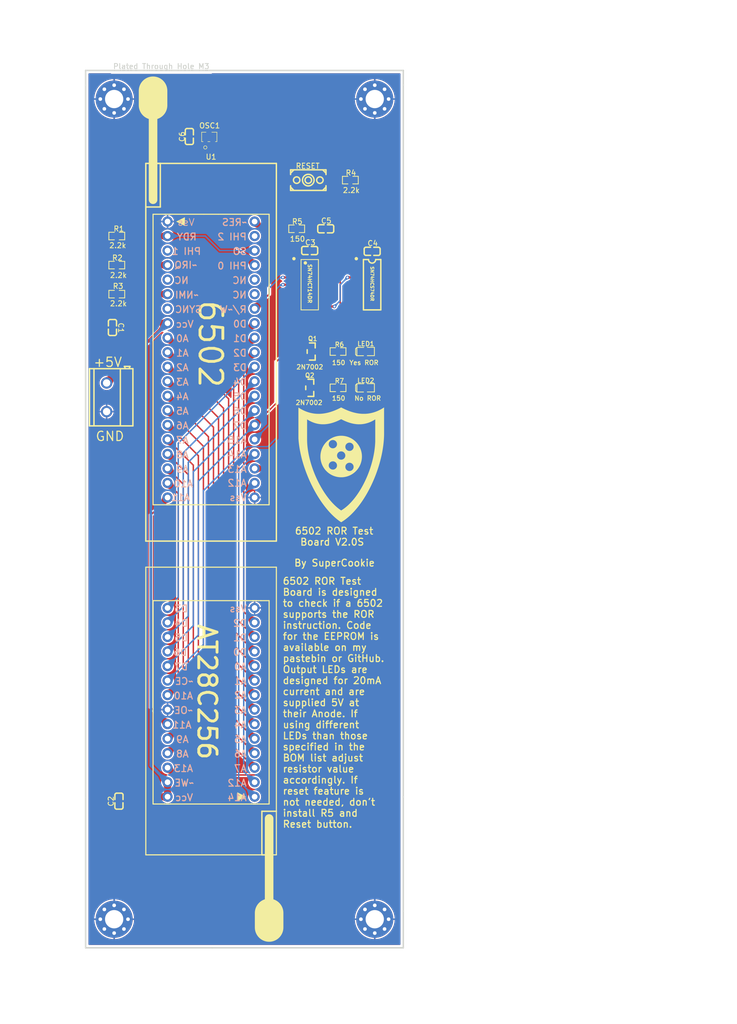
<source format=kicad_pcb>
(kicad_pcb (version 20241229) (generator "pcbnew") (generator_version "9.0")
  (layers (0 "F.Cu" signal "TopLayer") (2 "B.Cu" signal "BottomLayer") (13 "F.Paste" user "TopPasteMaskLayer") (15 "B.Paste" user "BottomPasteMaskLayer") (5 "F.SilkS" user "TopSilkLayer") (7 "B.SilkS" user "BottomSilkLayer") (1 "F.Mask" user "TopSolderMaskLayer") (3 "B.Mask" user "BottomSolderMaskLayer") (25 "Edge.Cuts" user "BoardOutLine"))
  (net 0 "")
  (net 1 "RW_INV")
  (net 2 "+5V")
  (net 3 "GND")
  (net 4 "R4_1")
  (net 5 "Q")
  (net 6 "Q_INV")
  (net 7 "R5_1")
  (net 8 "Net-(U3-6A)")
  (net 9 "Net-(LED1-Pad2)")
  (net 10 "Net-(LED2-Pad2)")
  (net 11 "Net-(OSC1-OUT)")
  (net 12 "Net-(Q1-D)")
  (net 13 "Net-(Q2-D)")
  (net 14 "Net-(U1-RDY)")
  (net 15 "Net-(U1-&#126;IRQ)")
  (net 16 "Net-(U1-&#126;NMI)")
  (net 17 "Net-(R5-Pad1)")
  (net 18 "/A2")
  (net 19 "/A3")
  (net 20 "/A8")
  (net 21 "/A10")
  (net 24 "/D4")
  (net 25 "Net-(U1-&#126;RES)")
  (net 26 "/A0")
  (net 27 "/A13")
  (net 28 "/A6")
  (net 29 "/D6")
  (net 30 "/A11")
  (net 31 "Net-(U1-R{slash}&#126;W)")
  (net 32 "/A5")
  (net 34 "/A9")
  (net 35 "/D2")
  (net 36 "/A1")
  (net 37 "/A12")
  (net 38 "/D0")
  (net 39 "/D3")
  (net 41 "/D7")
  (net 42 "/A14")
  (net 43 "/A15")
  (net 44 "/D1")
  (net 45 "/A7")
  (net 46 "/A4")
  (net 47 "/D5")
  (net 50 "Net-(U2-CE#)")
  (net 51 "Net-(U3-1Y)")
  (net 52 "Net-(U3-3Y)")
  (net 53 "Net-(U3-5A)")
  (footprint "EasyEDA 6502 ROR Test Board V2.0S:SC70-3" (layer "F.Cu") (at 143.063 42.332)
    (property "Reference" "OSC1")
    (property "Value" "MAX7375AXR105+T")
  )
  (footprint "EasyEDA 6502 ROR Test Board V2.0S:C0603" (layer "F.Cu") (at 172.273 61.382 180)
    (property "Reference" "C4")
    (property "Value" "0.1u")
  )
  (footprint "EasyEDA 6502 ROR Test Board V2.0S:C0603" (layer "F.Cu") (at 126.807 74.717 -90)
    (property "Reference" "C1")
    (property "Value" "0.1u")
  )
  (footprint "EasyEDA 6502 ROR Test Board V2.0S:R0603" (layer "F.Cu") (at 166.304 78.908)
    (property "Reference" "R6")
    (property "Value" "150")
  )
  (footprint "EasyEDA 6502 ROR Test Board V2.0S:LED0603_RED" (layer "F.Cu") (at 171.13 85.258 180)
    (property "Reference" "LED2")
    (property "Value" "LED-0603_R")
  )
  (footprint "EasyEDA 6502 ROR Test Board V2.0S:C0603" (layer "F.Cu") (at 127.95 157.521 90)
    (property "Reference" "C2")
    (property "Value" "0.1u")
  )
  (footprint "EasyEDA 6502 ROR Test Board V2.0S:SOIC-14_L8.6-W3.9-P1.27-LS6.0-BL" (layer "F.Cu") (at 172.273 67.224 -90)
    (property "Reference" "U4")
    (property "Value" "SN74HCS74DR")
  )
  (footprint "EasyEDA 6502 ROR Test Board V2.0S:LED0603_RED" (layer "F.Cu") (at 171.13 78.908 180)
    (property "Reference" "LED1")
    (property "Value" "LED-0603_R")
  )
  (footprint "EasyEDA 6502 ROR Test Board V2.0S:CONN-TH_2P-P5.00" (layer "F.Cu") (at 125.791 86.909 -90)
    (property "Reference" "P1")
    (property "Value" "CONN-TH_2P-P5.00")
  )
  (footprint "EasyEDA 6502 ROR Test Board V2.0S:C0603" (layer "F.Cu") (at 161.351 61.255)
    (property "Reference" "C3")
    (property "Value" "0.1u")
  )
  (footprint "EasyEDA 6502 ROR Test Board V2.0S:C0603" (layer "F.Cu") (at 140.269 41.316 -90)
    (property "Reference" "C6")
    (property "Value" "0.1u")
  )
  (footprint "EasyEDA 6502 ROR Test Board V2.0S:SOT-23_L2.9-W1.3-P0.95-LS2.4-BR" (layer "F.Cu") (at 161.351 85.258 180)
    (property "Reference" "Q2")
    (property "Value" "2N7002")
  )
  (footprint "EasyEDA 6502 ROR Test Board V2.0S:28 PIN ZIF SOCKET WITH ROOM FOR PART NUMBER" (layer "F.Cu") (at 151.699 156.759 180)
    (property "Reference" "U2")
    (property "Value" "AT28C256")
  )
  (footprint "EasyEDA 6502 ROR Test Board V2.0S:PLATED THROUGH HOLE M3" (layer "F.Cu") (at 127.1078 178.175)
    (property "Reference" "U7")
    (property "Value" "Plated Through Hole M3")
  )
  (footprint "EasyEDA 6502 ROR Test Board V2.0S:PLATED THROUGH HOLE M3" (layer "F.Cu") (at 127.1078 34.7593)
    (property "Reference" "U5")
    (property "Value" "Plated Through Hole M3")
  )
  (footprint "EasyEDA 6502 ROR Test Board V2.0S:R0603" (layer "F.Cu") (at 127.569 63.795)
    (property "Reference" "R2")
    (property "Value" "2.2k")
  )
  (footprint "EasyEDA 6502 ROR Test Board V2.0S:40 PIN ZIF SOCKET WITH ROOM FOR PART NUMBER" (layer "F.Cu") (at 136.459 56.175)
    (property "Reference" "U1")
    (property "Value" "6502")
  )
  (footprint "EasyEDA 6502 ROR Test Board V2.0S:R0603" (layer "F.Cu") (at 168.463 48.936)
    (property "Reference" "R4")
    (property "Value" "2.2k")
  )
  (footprint "EasyEDA 6502 ROR Test Board V2.0S:R0603" (layer "F.Cu") (at 159.065 57.445)
    (property "Reference" "R5")
    (property "Value" "150")
  )
  (footprint "EasyEDA 6502 ROR Test Board V2.0S:R0603" (layer "F.Cu") (at 166.304 85.258)
    (property "Reference" "R7")
    (property "Value" "150")
  )
  (footprint "EasyEDA 6502 ROR Test Board V2.0S:KEY-SMD_2P-L6.2-W3.6-LS8.0" (layer "F.Cu") (at 161.097 48.936 180)
    (property "Reference" "RESET")
    (property "Value" "K2-3.6×6.1_SMD")
  )
  (footprint "EasyEDA 6502 ROR Test Board V2.0S:PLATED THROUGH HOLE M3" (layer "F.Cu") (at 172.7337 178.175)
    (property "Reference" "U8")
    (property "Value" "Plated Through Hole M3")
  )
  (footprint "EasyEDA 6502 ROR Test Board V2.0S:PLATED THROUGH HOLE M3" (layer "F.Cu") (at 172.7337 34.7593)
    (property "Reference" "U6")
    (property "Value" "Plated Through Hole M3")
  )
  (footprint "EasyEDA 6502 ROR Test Board V2.0S:R0603" (layer "F.Cu") (at 127.569 58.715)
    (property "Reference" "R1")
    (property "Value" "2.2k")
  )
  (footprint "EasyEDA 6502 ROR Test Board V2.0S:R0603" (layer "F.Cu") (at 127.569 68.875)
    (property "Reference" "R3")
    (property "Value" "2.2k")
  )
  (footprint "EasyEDA 6502 ROR Test Board V2.0S:SOT-23_L2.9-W1.3-P0.95-LS2.4-BR" (layer "F.Cu") (at 161.605 78.908 180)
    (property "Reference" "Q1")
    (property "Value" "2N7002")
  )
  (footprint "EasyEDA 6502 ROR Test Board V2.0S:C0603" (layer "F.Cu") (at 164.145 57.445 180)
    (property "Reference" "C5")
    (property "Value" "0.1u")
  )
  (footprint "EasyEDA 6502 ROR Test Board V2.0S:SOIC-14_L8.7-W3.9-P1.27-LS6.0-BL" (layer "F.Cu") (at 161.351 67.224 -90)
    (property "Reference" "U3")
    (property "Value" "SN74HCT14DR")
  )
  (gr_line (start 142.428 42.205) (end 142.682 42.205) (stroke (width 0.1)) (layer "F.SilkS"))
  (gr_circle (center 143.063 43.221) (end 143.347 43.221) (stroke (width 0.1)) (fill no) (layer "F.SilkS"))
  (gr_poly (pts (xy 166.8951 93.6371) (xy 167.0369 93.6389) (xy 167.1033 93.6438) (xy 167.1697 93.6488) (xy 167.252 93.6577) (xy 167.3342 93.6666) (xy 167.4099 93.6784) (xy 167.4855 93.6901) (xy 167.5542 93.7036) (xy 167.6228 93.7172) (xy 167.6823 93.7311) (xy 167.7418 93.745) (xy 167.8174 93.7656) (xy 167.8929 93.7861) (xy 167.9776 93.8138) (xy 168.0623 93.8414) (xy 168.1354 93.8689) (xy 168.2085 93.8964) (xy 168.2658 93.9205) (xy 168.3232 93.9447) (xy 168.4021 93.9816) (xy 168.4811 94.0185) (xy 168.5555 94.0582) (xy 168.6298 94.0979) (xy 168.6962 94.1366) (xy 168.7626 94.1754) (xy 168.8473 94.2311) (xy 168.932 94.2868) (xy 168.9914 94.3299) (xy 169.0509 94.3729) (xy 169.1287 94.4352) (xy 169.2066 94.4976) (xy 169.2729 94.5564) (xy 169.3393 94.6152) (xy 169.4219 94.6977) (xy 169.5045 94.7802) (xy 169.5656 94.8488) (xy 169.6267 94.9174) (xy 169.6872 94.9929) (xy 169.7476 95.0683) (xy 169.791 95.1278) (xy 169.8343 95.1872) (xy 169.8801 95.2558) (xy 169.9259 95.3244) (xy 169.9671 95.393) (xy 170.0084 95.4616) (xy 170.036 95.5119) (xy 170.0637 95.5622) (xy 170.1071 95.6491) (xy 170.1506 95.736) (xy 170.1769 95.7955) (xy 170.2032 95.8549) (xy 170.2376 95.9418) (xy 170.2719 96.0287) (xy 170.3009 96.1156) (xy 170.33 96.2025) (xy 170.3553 96.2937) (xy 170.3807 96.3848) (xy 170.4015 96.4781) (xy 170.4223 96.5714) (xy 170.4378 96.6637) (xy 170.4532 96.7559) (xy 170.4603 96.8131) (xy 170.4674 96.8702) (xy 170.4743 96.9434) (xy 170.4811 97.0166) (xy 170.4862 97.1408) (xy 170.4912 97.265) (xy 170.4861 97.3918) (xy 170.4811 97.5185) (xy 170.4743 97.59) (xy 170.4675 97.6615) (xy 170.4604 97.7186) (xy 170.4532 97.7758) (xy 170.4423 97.8444) (xy 170.4314 97.913) (xy 170.4172 97.9839) (xy 170.403 98.0547) (xy 170.3829 98.1353) (xy 170.3629 98.2158) (xy 170.3445 98.2795) (xy 170.3261 98.3432) (xy 170.2968 98.4299) (xy 170.2676 98.5167) (xy 170.242 98.5814) (xy 170.2165 98.6461) (xy 170.1905 98.7071) (xy 170.1645 98.7682) (xy 170.1224 98.8551) (xy 170.0802 98.942) (xy 170.0397 99.0151) (xy 169.9992 99.0884) (xy 169.9603 99.1524) (xy 169.9214 99.2164) (xy 169.8756 99.285) (xy 169.8298 99.3536) (xy 169.7772 99.4245) (xy 169.7246 99.4954) (xy 169.6878 99.5411) (xy 169.651 99.5869) (xy 169.5936 99.6531) (xy 169.5361 99.7194) (xy 169.4493 99.8079) (xy 169.3625 99.8962) (xy 169.3028 99.9505) (xy 169.2431 100.0047) (xy 169.1791 100.0582) (xy 169.115 100.1117) (xy 169.0337 100.1726) (xy 168.9524 100.2336) (xy 168.8666 100.2904) (xy 168.7809 100.3471) (xy 168.7191 100.384) (xy 168.6573 100.4208) (xy 168.5978 100.4534) (xy 168.5383 100.486) (xy 168.4559 100.5264) (xy 168.3735 100.5669) (xy 168.2888 100.6033) (xy 168.2041 100.6398) (xy 168.1172 100.672) (xy 168.0302 100.7043) (xy 167.9501 100.7294) (xy 167.87 100.7546) (xy 167.8086 100.7711) (xy 167.7472 100.7877) (xy 167.6988 100.7993) (xy 167.6503 100.8108) (xy 167.5862 100.824) (xy 167.5221 100.8372) (xy 167.4535 100.8487) (xy 167.3848 100.8602) (xy 167.3139 100.8693) (xy 167.2429 100.8784) (xy 167.156 100.8865) (xy 167.069 100.8946) (xy 166.8607 100.8947) (xy 166.6524 100.8948) (xy 166.5815 100.8889) (xy 166.5106 100.8829) (xy 166.4167 100.8716) (xy 166.3229 100.8602) (xy 166.2428 100.8464) (xy 166.1627 100.8326) (xy 166.1078 100.8211) (xy 166.0528 100.8096) (xy 165.9705 100.7891) (xy 165.8881 100.7686) (xy 165.8194 100.7478) (xy 165.7508 100.7269) (xy 165.7349 100.7224) (xy 165.7191 100.7178) (xy 165.6388 100.6891) (xy 165.5585 100.6603) (xy 165.5002 100.637) (xy 165.4419 100.6137) (xy 165.3835 100.5879) (xy 165.3251 100.5621) (xy 165.2267 100.513) (xy 165.1283 100.4639) (xy 165.0504 100.4193) (xy 164.9726 100.3747) (xy 164.904 100.3311) (xy 164.8353 100.2874) (xy 164.7827 100.2508) (xy 164.73 100.2142) (xy 164.6751 100.173) (xy 164.6202 100.1318) (xy 164.5638 100.0861) (xy 164.5074 100.0405) (xy 164.4493 99.99) (xy 164.3913 99.9394) (xy 164.2858 99.834) (xy 164.1803 99.7286) (xy 164.1284 99.6692) (xy 164.0765 99.6097) (xy 164.014 99.5319) (xy 163.9515 99.4542) (xy 163.8994 99.3811) (xy 163.8473 99.3079) (xy 163.8101 99.2507) (xy 163.7729 99.1935) (xy 163.737 99.1341) (xy 163.7012 99.0746) (xy 163.6553 98.9901) (xy 163.6094 98.9054) (xy 163.5801 98.8436) (xy 163.55456 98.79) (xy 164.6761 98.79) (xy 164.6787 98.8591) (xy 164.6812 98.9283) (xy 164.6907 98.9733) (xy 164.7003 99.0183) (xy 164.7142 99.06) (xy 164.7282 99.1017) (xy 164.7456 99.1385) (xy 164.7629 99.1752) (xy 164.7825 99.2071) (xy 164.8022 99.2391) (xy 164.8284 99.2735) (xy 164.8546 99.3079) (xy 164.9026 99.3539) (xy 164.9505 99.4) (xy 164.9934 99.4287) (xy 165.0362 99.4573) (xy 165.0719 99.4752) (xy 165.1076 99.4932) (xy 165.1417 99.5067) (xy 165.1759 99.5203) (xy 165.2207 99.5315) (xy 165.2656 99.5428) (xy 165.3035 99.5482) (xy 165.3415 99.5537) (xy 165.4248 99.5512) (xy 165.5081 99.5488) (xy 165.551 99.5393) (xy 165.5938 99.5298) (xy 165.6356 99.5155) (xy 165.6775 99.5013) (xy 165.7301 99.4743) (xy 165.7828 99.4474) (xy 165.824 99.4178) (xy 165.8652 99.3883) (xy 165.9114 99.3425) (xy 165.9576 99.2966) (xy 165.9879 99.2542) (xy 166.0182 99.2118) (xy 166.0431 99.1638) (xy 166.0681 99.1158) (xy 166.0842 99.0693) (xy 166.1003 99.0229) (xy 166.1092 98.9831) (xy 167.5865 98.9831) (xy 167.5865 99.0792) (xy 167.5865 99.1752) (xy 167.5967 99.2217) (xy 167.6068 99.2681) (xy 167.6231 99.315) (xy 167.6395 99.3619) (xy 167.6593 99.4012) (xy 167.6791 99.4405) (xy 167.7065 99.4817) (xy 167.7338 99.5228) (xy 167.7642 99.558) (xy 167.7947 99.5932) (xy 167.8369 99.6286) (xy 167.8792 99.664) (xy 167.9135 99.6864) (xy 167.9478 99.7089) (xy 167.9936 99.7308) (xy 168.0394 99.7527) (xy 168.0828 99.7666) (xy 168.1263 99.7804) (xy 168.1607 99.7877) (xy 168.195 99.7949) (xy 168.251 99.8002) (xy 168.307 99.8055) (xy 168.3654 99.8001) (xy 168.4239 99.7946) (xy 168.4634 99.786) (xy 168.5028 99.7773) (xy 168.5389 99.7651) (xy 168.5749 99.7528) (xy 168.6182 99.7326) (xy 168.6615 99.7123) (xy 168.7051 99.6831) (xy 168.7489 99.654) (xy 168.7845 99.6233) (xy 168.8202 99.5927) (xy 168.8525 99.5555) (xy 168.8847 99.5182) (xy 168.9091 99.4817) (xy 168.9335 99.4451) (xy 168.9565 99.3991) (xy 168.9796 99.3531) (xy 168.9935 99.3115) (xy 169.0075 99.2698) (xy 169.0175 99.2248) (xy 169.0275 99.1798) (xy 169.0276 99.0792) (xy 169.0277 98.9786) (xy 169.0177 98.9339) (xy 169.0077 98.8893) (xy 168.9937 98.8471) (xy 168.9796 98.8048) (xy 168.9545 98.7545) (xy 168.9294 98.7042) (xy 168.9007 98.6641) (xy 168.8719 98.624) (xy 168.8432 98.592) (xy 168.8145 98.56) (xy 168.7771 98.5286) (xy 168.7397 98.4972) (xy 168.6996 98.4712) (xy 168.6595 98.4452) (xy 168.6171 98.4251) (xy 168.5747 98.405) (xy 168.5329 98.3914) (xy 168.4911 98.3777) (xy 168.4575 98.3709) (xy 168.4239 98.364) (xy 168.3794 98.3592) (xy 168.335 98.3543) (xy 168.2993 98.3549) (xy 168.2637 98.3555) (xy 168.2293 98.3594) (xy 168.195 98.3634) (xy 168.1584 98.3708) (xy 168.1218 98.3782) (xy 168.0824 98.391) (xy 168.0431 98.4039) (xy 167.9981 98.4249) (xy 167.9531 98.4459) (xy 167.9093 98.4751) (xy 167.8654 98.5043) (xy 167.8288 98.5361) (xy 167.7921 98.5678) (xy 167.7596 98.6063) (xy 167.727 98.6447) (xy 167.7041 98.679) (xy 167.6812 98.7133) (xy 167.6604 98.7549) (xy 167.6395 98.7965) (xy 167.6231 98.8434) (xy 167.6068 98.8904) (xy 167.5967 98.9367) (xy 167.5865 98.9831) (xy 166.1092 98.9831) (xy 166.1109 98.9755) (xy 166.1215 98.9283) (xy 166.1213 98.83) (xy 166.1211 98.7316) (xy 166.111 98.685) (xy 166.1009 98.6384) (xy 166.0867 98.5981) (xy 166.0726 98.5578) (xy 166.0545 98.519) (xy 166.0364 98.4802) (xy 166.0015 98.4276) (xy 165.9666 98.3749) (xy 165.9113 98.3198) (xy 165.856 98.2647) (xy 165.8064 98.2316) (xy 165.7567 98.1985) (xy 165.7141 98.1781) (xy 165.6714 98.1576) (xy 165.6295 98.144) (xy 165.5876 98.1303) (xy 165.5433 98.1208) (xy 165.499 98.1114) (xy 165.4189 98.1096) (xy 165.3388 98.1077) (xy 165.2999 98.1139) (xy 165.261 98.12) (xy 165.2313 98.1271) (xy 165.2015 98.1341) (xy 165.1603 98.1487) (xy 165.1191 98.1631) (xy 165.0779 98.1838) (xy 165.0367 98.2045) (xy 165.0069 98.2237) (xy 164.9772 98.243) (xy 164.9422 98.2712) (xy 164.9071 98.2995) (xy 164.8747 98.3341) (xy 164.8424 98.3688) (xy 164.8199 98.3988) (xy 164.7974 98.4287) (xy 164.7763 98.4643) (xy 164.7551 98.4998) (xy 164.7342 98.5484) (xy 164.7133 98.597) (xy 164.7004 98.6483) (xy 164.6874 98.6996) (xy 164.6818 98.7448) (xy 164.6761 98.79) (xy 163.55456 98.79) (xy 163.5507 98.7819) (xy 163.5149 98.6994) (xy 163.4792 98.617) (xy 163.4495 98.5371) (xy 163.4198 98.4572) (xy 163.3989 98.3932) (xy 163.378 98.3291) (xy 163.3554 98.2491) (xy 163.3327 98.1691) (xy 163.3137 98.0871) (xy 163.2947 98.005) (xy 163.2791 97.9201) (xy 163.2636 97.8352) (xy 163.2542 97.7666) (xy 163.2449 97.698) (xy 163.238 97.6294) (xy 163.2311 97.5608) (xy 163.2263 97.49) (xy 163.2214 97.419) (xy 163.2214 97.2681) (xy 163.2214 97.1172) (xy 163.22302 97.093) (xy 166.1271 97.093) (xy 166.1324 97.1509) (xy 166.1378 97.2087) (xy 166.1465 97.248) (xy 166.1551 97.2872) (xy 166.1672 97.3234) (xy 166.1793 97.3596) (xy 166.1995 97.4022) (xy 166.2196 97.4448) (xy 166.2488 97.4891) (xy 166.278 97.5334) (xy 166.3097 97.5699) (xy 166.3415 97.6063) (xy 166.3779 97.638) (xy 166.4144 97.6697) (xy 166.4589 97.699) (xy 166.5034 97.7282) (xy 166.5459 97.748) (xy 166.5884 97.7678) (xy 166.6319 97.7817) (xy 166.6753 97.7955) (xy 166.7119 97.8031) (xy 166.7486 97.8106) (xy 166.8027 97.8144) (xy 166.8568 97.8181) (xy 166.9087 97.8143) (xy 166.9606 97.8104) (xy 167.0033 97.8015) (xy 167.0461 97.7925) (xy 167.0827 97.7802) (xy 167.1193 97.7678) (xy 167.1605 97.7486) (xy 167.2017 97.7292) (xy 167.2338 97.7096) (xy 167.2658 97.6899) (xy 167.2933 97.6689) (xy 167.3207 97.6479) (xy 167.3591 97.6112) (xy 167.3974 97.5745) (xy 167.4331 97.5271) (xy 167.4688 97.4795) (xy 167.4965 97.4261) (xy 167.5242 97.3727) (xy 167.54 97.325) (xy 167.5558 97.2773) (xy 167.5629 97.2425) (xy 167.57 97.2076) (xy 167.5752 97.1624) (xy 167.5804 97.1172) (xy 167.5777 97.0646) (xy 167.575 97.012) (xy 167.5679 96.9709) (xy 167.5608 96.9297) (xy 167.5518 96.8977) (xy 167.5429 96.8656) (xy 167.5259 96.8228) (xy 167.509 96.78) (xy 167.4858 96.7396) (xy 167.4626 96.6992) (xy 167.4355 96.6621) (xy 167.4083 96.6251) (xy 167.3686 96.585) (xy 167.3289 96.5448) (xy 167.2887 96.5146) (xy 167.2484 96.4844) (xy 167.2064 96.4612) (xy 167.1645 96.438) (xy 167.1243 96.4218) (xy 167.0841 96.4056) (xy 167.0422 96.3944) (xy 167.0003 96.3831) (xy 166.9486 96.3763) (xy 166.8969 96.3694) (xy 166.8479 96.37) (xy 166.7989 96.3705) (xy 166.7921 96.3719) (xy 166.7852 96.3732) (xy 166.744 96.3788) (xy 166.7028 96.3844) (xy 166.6566 96.3973) (xy 166.6105 96.4102) (xy 166.5674 96.4288) (xy 166.5244 96.4475) (xy 166.4923 96.4663) (xy 166.4602 96.4851) (xy 166.4207 96.5142) (xy 166.3812 96.5433) (xy 166.3337 96.5925) (xy 166.2863 96.6417) (xy 166.2576 96.6837) (xy 166.2289 96.7257) (xy 166.2062 96.771) (xy 166.1835 96.8163) (xy 166.1677 96.8639) (xy 166.1519 96.9114) (xy 166.1448 96.9461) (xy 166.1377 96.9808) (xy 166.1324 97.037) (xy 166.1271 97.093) (xy 163.22302 97.093) (xy 163.2263 97.044) (xy 163.2312 96.9709) (xy 163.238 96.9022) (xy 163.2448 96.8336) (xy 163.2519 96.7833) (xy 163.259 96.733) (xy 163.268 96.6781) (xy 163.277 96.6233) (xy 163.291 96.5524) (xy 163.305 96.4815) (xy 163.3254 96.3992) (xy 163.3458 96.317) (xy 163.3644 96.2529) (xy 163.3829 96.1888) (xy 163.4082 96.1133) (xy 163.4335 96.0379) (xy 163.4633 95.9601) (xy 163.4932 95.8824) (xy 163.5308 95.7978) (xy 163.5684 95.7132) (xy 163.6016 95.6469) (xy 163.6349 95.5805) (xy 163.6624 95.5302) (xy 163.6899 95.4799) (xy 163.7353 95.4034) (xy 163.7808 95.3269) (xy 163.8337 95.2479) (xy 163.865232 95.2009) (xy 164.6798 95.2009) (xy 164.6881 95.2398) (xy 164.6963 95.2787) (xy 164.7076 95.3164) (xy 164.7189 95.3541) (xy 164.7348 95.3918) (xy 164.7507 95.4296) (xy 164.7718 95.4662) (xy 164.7929 95.5028) (xy 164.8183 95.5371) (xy 164.8438 95.5714) (xy 164.8807 95.6096) (xy 164.9177 95.6479) (xy 164.9543 95.6765) (xy 164.9909 95.7051) (xy 165.023 95.7248) (xy 165.055 95.7444) (xy 165.0962 95.7637) (xy 165.1374 95.783) (xy 165.1828 95.7974) (xy 165.2282 95.812) (xy 165.2835 95.8214) (xy 165.3388 95.8309) (xy 165.4235 95.8284) (xy 165.5081 95.826) (xy 165.5562 95.8146) (xy 165.6043 95.8031) (xy 165.6455 95.7885) (xy 165.6867 95.7739) (xy 165.7258 95.7542) (xy 165.7649 95.7346) (xy 165.8082 95.7059) (xy 165.8514 95.6772) (xy 165.9113 95.6174) (xy 165.9711 95.5576) (xy 165.9998 95.5144) (xy 166.0285 95.4712) (xy 166.028701 95.4708) (xy 167.5865 95.4708) (xy 167.5865 95.5668) (xy 167.5865 95.6629) (xy 167.5967 95.7093) (xy 167.6068 95.7557) (xy 167.6231 95.8026) (xy 167.6395 95.8495) (xy 167.6593 95.8888) (xy 167.6791 95.9281) (xy 167.7063 95.9693) (xy 167.7336 96.0104) (xy 167.7679 96.0494) (xy 167.8021 96.0883) (xy 167.8452 96.1232) (xy 167.8883 96.1581) (xy 167.9181 96.1772) (xy 167.9478 96.1965) (xy 167.9936 96.2184) (xy 168.0394 96.2402) (xy 168.076 96.2527) (xy 168.1126 96.2651) (xy 168.1515 96.2737) (xy 168.1904 96.2823) (xy 168.2488 96.2877) (xy 168.3071 96.2931) (xy 168.3655 96.2877) (xy 168.4239 96.2823) (xy 168.4632 96.2736) (xy 168.5025 96.265) (xy 168.5387 96.2529) (xy 168.5749 96.2408) (xy 168.6172 96.2208) (xy 168.6595 96.2008) (xy 168.6996 96.1748) (xy 168.7397 96.1488) (xy 168.7776 96.117) (xy 168.8155 96.0852) (xy 168.85 96.0458) (xy 168.8845 96.0063) (xy 168.9098 95.9684) (xy 168.9351 95.9304) (xy 168.9573 95.8856) (xy 168.9795 95.8408) (xy 168.9935 95.7991) (xy 169.0075 95.7574) (xy 169.0175 95.7124) (xy 169.0275 95.6675) (xy 169.0276 95.5668) (xy 169.0277 95.4662) (xy 169.0177 95.4216) (xy 169.0077 95.377) (xy 168.9936 95.3347) (xy 168.9794 95.2924) (xy 168.959 95.2508) (xy 168.9387 95.2093) (xy 168.9118 95.1685) (xy 168.8849 95.1278) (xy 168.8534 95.0913) (xy 168.8218 95.0549) (xy 168.7853 95.0232) (xy 168.7489 94.9915) (xy 168.7045 94.9623) (xy 168.6602 94.9331) (xy 168.6174 94.9129) (xy 168.5747 94.8927) (xy 168.5329 94.879) (xy 168.4911 94.8653) (xy 168.4575 94.8585) (xy 168.4239 94.8517) (xy 168.3794 94.8468) (xy 168.335 94.8419) (xy 168.2993 94.8425) (xy 168.2637 94.8431) (xy 168.2293 94.8471) (xy 168.195 94.851) (xy 168.1584 94.8584) (xy 168.1218 94.8658) (xy 168.0806 94.8794) (xy 168.0394 94.8931) (xy 167.9933 94.9152) (xy 167.9473 94.9373) (xy 167.9063 94.9646) (xy 167.8654 94.992) (xy 167.8288 95.0237) (xy 167.7921 95.0555) (xy 167.7596 95.0939) (xy 167.727 95.1323) (xy 167.7041 95.1666) (xy 167.6812 95.2009) (xy 167.6604 95.2425) (xy 167.6395 95.2841) (xy 167.6231 95.331) (xy 167.6068 95.3779) (xy 167.5967 95.4244) (xy 167.5865 95.4708) (xy 166.028701 95.4708) (xy 166.0491 95.4303) (xy 166.0696 95.3894) (xy 166.0875 95.336) (xy 166.1053 95.2826) (xy 166.1146 95.2288) (xy 166.1238 95.1749) (xy 166.1238 95.1072) (xy 166.1238 95.0395) (xy 166.1146 94.9856) (xy 166.1053 94.9318) (xy 166.0875 94.8783) (xy 166.0696 94.8248) (xy 166.0531 94.7921) (xy 166.0367 94.7595) (xy 166.0178 94.7287) (xy 165.999 94.6979) (xy 165.9704 94.6613) (xy 165.9417 94.6247) (xy 165.9035 94.5878) (xy 165.8652 94.5508) (xy 165.8308 94.5253) (xy 165.7965 94.4999) (xy 165.7554 94.4765) (xy 165.7143 94.453) (xy 165.6684 94.4351) (xy 165.6226 94.4172) (xy 165.586 94.4078) (xy 165.5494 94.3983) (xy 165.5036 94.3915) (xy 165.4578 94.3847) (xy 165.396 94.3851) (xy 165.3342 94.3855) (xy 165.2938 94.3918) (xy 165.2533 94.398) (xy 165.2095 94.4097) (xy 165.1656 94.4214) (xy 165.1172 94.4419) (xy 165.0687 94.4625) (xy 165.0333 94.4841) (xy 164.9979 94.5058) (xy 164.9692 94.5263) (xy 164.9406 94.5468) (xy 164.8877 94.5995) (xy 164.8349 94.6522) (xy 164.8018 94.7017) (xy 164.7686 94.7514) (xy 164.7484 94.7936) (xy 164.7281 94.8359) (xy 164.7144 94.8766) (xy 164.7008 94.9174) (xy 164.6904 94.9654) (xy 164.6801 95.0135) (xy 164.6799 95.1072) (xy 164.6798 95.2009) (xy 163.865232 95.2009) (xy 163.8867 95.1689) (xy 163.9326 95.1072) (xy 163.9786 95.0455) (xy 164.0339 94.9771) (xy 164.0892 94.9086) (xy 164.1516 94.8395) (xy 164.214 94.7704) (xy 164.2834 94.701) (xy 164.3528 94.6316) (xy 164.4202 94.571) (xy 164.4875 94.5104) (xy 164.5378 94.4688) (xy 164.5881 94.4272) (xy 164.6385 94.3886) (xy 164.6888 94.35) (xy 164.7438 94.3107) (xy 164.7987 94.2714) (xy 164.8651 94.2281) (xy 164.9314 94.1849) (xy 164.9772 94.1573) (xy 165.023 94.1298) (xy 165.0825 94.0964) (xy 165.142 94.0631) (xy 165.2449 94.0121) (xy 165.3479 93.9611) (xy 165.4303 93.9261) (xy 165.5127 93.891) (xy 165.586 93.864) (xy 165.6592 93.8369) (xy 165.7233 93.8161) (xy 165.7874 93.7953) (xy 165.8514 93.777) (xy 165.9155 93.7586) (xy 165.9819 93.7419) (xy 166.0483 93.7253) (xy 166.1238 93.7099) (xy 166.1993 93.6946) (xy 166.2542 93.6853) (xy 166.3092 93.676) (xy 166.4007 93.6647) (xy 166.4923 93.6534) (xy 166.5495 93.6482) (xy 166.6067 93.6431) (xy 166.6799 93.6392) (xy 166.7532 93.6352)) (fill yes) (layer "F.SilkS"))
  (gr_line (start 142.428 40.554) (end 142.428 41.824) (stroke (width 0.1)) (layer "F.SilkS"))
  (gr_line (start 144.841 42.205) (end 145.095 42.205) (stroke (width 0.1)) (layer "F.SilkS"))
  (gr_poly (pts (xy 167.0081 88.7597) (xy 167.159 88.8379) (xy 167.2445 88.8791) (xy 167.3299 88.9203) (xy 167.4123 88.9592) (xy 167.4947 88.9981) (xy 167.5908 89.0414) (xy 167.6869 89.0848) (xy 167.7922 89.1296) (xy 167.8975 89.1744) (xy 167.9776 89.2066) (xy 168.0577 89.2389) (xy 168.1126 89.2601) (xy 168.1675 89.2814) (xy 168.2293 89.3042) (xy 168.2911 89.3271) (xy 168.3529 89.3493) (xy 168.4147 89.3714) (xy 168.5098 89.4037) (xy 168.6049 89.4359) (xy 168.7089 89.4678) (xy 168.8129 89.4997) (xy 168.893 89.5225) (xy 168.9731 89.5454) (xy 169.0601 89.5682) (xy 169.147 89.591) (xy 169.2569 89.6168) (xy 169.3668 89.6426) (xy 169.4537 89.6604) (xy 169.5407 89.6783) (xy 169.6414 89.6964) (xy 169.7421 89.7146) (xy 169.8336 89.7285) (xy 169.9252 89.7422) (xy 170.0167 89.7536) (xy 170.1083 89.7649) (xy 170.1815 89.772) (xy 170.2547 89.779) (xy 170.3097 89.7835) (xy 170.3646 89.7879) (xy 170.4516 89.7939) (xy 170.5385 89.7997) (xy 170.8109 89.7997) (xy 171.0832 89.7997) (xy 171.1702 89.7938) (xy 171.2572 89.7878) (xy 171.3579 89.7788) (xy 171.4585 89.7697) (xy 171.5341 89.7605) (xy 171.6096 89.7514) (xy 171.7034 89.7375) (xy 171.7973 89.7235) (xy 171.8957 89.7054) (xy 171.9941 89.6873) (xy 172.0696 89.6712) (xy 172.1451 89.6551) (xy 172.2458 89.6305) (xy 172.3465 89.6058) (xy 172.461 89.5734) (xy 172.5754 89.5409) (xy 172.7173 89.4937) (xy 172.8592 89.4465) (xy 172.9645 89.4064) (xy 173.0697 89.3663) (xy 173.1704 89.324) (xy 173.2711 89.2816) (xy 173.3467 89.2473) (xy 173.4222 89.2131) (xy 173.5209 89.1653) (xy 173.6196 89.1175) (xy 173.7086 89.0704) (xy 173.7975 89.0232) (xy 173.8913 88.9706) (xy 173.9852 88.9179) (xy 174.0538 88.8766) (xy 174.1225 88.8354) (xy 174.1934 88.7911) (xy 174.2644 88.7468) (xy 174.3147 88.7143) (xy 174.3651 88.6817) (xy 174.3665 91.0357) (xy 174.3679 93.3899) (xy 174.3629 93.5797) (xy 174.358 93.7694) (xy 174.3512 93.9135) (xy 174.3445 94.0576) (xy 174.3375 94.1697) (xy 174.3305 94.2817) (xy 174.3214 94.4006) (xy 174.3123 94.5195) (xy 174.3007 94.6475) (xy 174.2891 94.7756) (xy 174.2754 94.9059) (xy 174.2618 95.0363) (xy 174.2459 95.1689) (xy 174.23 95.3015) (xy 174.2116 95.4388) (xy 174.1931 95.576) (xy 174.1701 95.7292) (xy 174.1471 95.8824) (xy 174.1197 96.047) (xy 174.0922 96.2116) (xy 174.0626 96.374) (xy 174.0329 96.5364) (xy 173.9967 96.717) (xy 173.9605 96.8977) (xy 173.9302 97.0372) (xy 173.8999 97.1767) (xy 173.8609 97.3459) (xy 173.8219 97.5151) (xy 173.772 97.7148) (xy 173.7222 97.9146) (xy 173.6898 98.0372) (xy 173.6573 98.1599) (xy 173.6097 98.3314) (xy 173.5622 98.503) (xy 173.5136 98.6671) (xy 173.4651 98.8313) (xy 173.4284 98.9507) (xy 173.3917 99.0701) (xy 173.3373 99.2393) (xy 173.283 99.4085) (xy 173.2352 99.5503) (xy 173.1875 99.692) (xy 173.137 99.8361) (xy 173.0865 99.9802) (xy 173.034 100.1242) (xy 172.9815 100.2683) (xy 172.9349 100.3915) (xy 172.8884 100.5146) (xy 172.831 100.6613) (xy 172.7737 100.8079) (xy 172.7104 100.9635) (xy 172.6472 101.119) (xy 172.6029 101.2241) (xy 172.5586 101.3293) (xy 172.5241 101.4094) (xy 172.4895 101.4894) (xy 172.4494 101.5809) (xy 172.4093 101.6723) (xy 172.3589 101.7844) (xy 172.3085 101.8964) (xy 172.233 102.0588) (xy 172.1575 102.2211) (xy 172.0913 102.3583) (xy 172.0251 102.4955) (xy 171.9438 102.6579) (xy 171.8625 102.8202) (xy 171.7983 102.9437) (xy 171.7341 103.0672) (xy 171.6637 103.199) (xy 171.5932 103.3308) (xy 171.5311 103.4437) (xy 171.4689 103.5566) (xy 171.367 103.7349) (xy 171.2651 103.9133) (xy 171.1943 104.0322) (xy 171.1235 104.1511) (xy 171.0764 104.2289) (xy 171.0292 104.3066) (xy 170.9651 104.4095) (xy 170.9009 104.5124) (xy 170.8276 104.6268) (xy 170.7544 104.7411) (xy 170.6619 104.8806) (xy 170.5694 105.0201) (xy 170.4812 105.1481) (xy 170.3929 105.2762) (xy 170.3013 105.4043) (xy 170.2097 105.5323) (xy 170.1022 105.6763) (xy 169.9946 105.8204) (xy 169.9259 105.9096) (xy 169.8571 105.9988) (xy 169.7656 106.1131) (xy 169.674 106.2275) (xy 169.5985 106.3189) (xy 169.5229 106.4104) (xy 169.4297 106.5189) (xy 169.3365 106.6275) (xy 169.256 106.7179) (xy 169.1754 106.8083) (xy 169.0995 106.8906) (xy 169.0235 106.9729) (xy 168.9405 107.06) (xy 168.8576 107.147) (xy 168.7346 107.27) (xy 168.6115 107.3929) (xy 168.5221 107.4779) (xy 168.4326 107.5629) (xy 168.3573 107.6317) (xy 168.2819 107.7006) (xy 168.2041 107.769) (xy 168.1263 107.8373) (xy 168.053 107.8993) (xy 167.9799 107.9612) (xy 167.9066 108.0209) (xy 167.8334 108.0806) (xy 167.7482 108.1469) (xy 167.663 108.2133) (xy 167.5834 108.2725) (xy 167.5038 108.3318) (xy 167.4077 108.3999) (xy 167.3116 108.4679) (xy 167.1857 108.5509) (xy 167.0599 108.6339) (xy 166.9706 108.6888) (xy 166.8813 108.7438) (xy 166.867 108.7511) (xy 166.8527 108.7585) (xy 166.732 108.6773) (xy 166.6113 108.5961) (xy 166.554 108.5555) (xy 166.4969 108.5148) (xy 166.3824 108.4295) (xy 166.268 108.3441) (xy 166.164 108.2613) (xy 166.0601 108.1784) (xy 165.9741 108.1065) (xy 165.8881 108.0347) (xy 165.8171 107.9728) (xy 165.7462 107.911) (xy 165.7027 107.8718) (xy 165.6592 107.8328) (xy 165.5724 107.7527) (xy 165.4855 107.6727) (xy 165.3732 107.5647) (xy 165.261 107.4567) (xy 165.1626 107.3565) (xy 165.0642 107.2562) (xy 164.9841 107.1716) (xy 164.904 107.0871) (xy 164.8304 107.0072) (xy 164.7568 106.9272) (xy 164.6793 106.8401) (xy 164.6019 106.753) (xy 164.5192 106.6571) (xy 164.4366 106.5613) (xy 164.3446 106.4509) (xy 164.2526 106.3404) (xy 164.1363 106.1947) (xy 164.02 106.0491) (xy 163.9443 105.9508) (xy 163.8687 105.8524) (xy 163.775 105.7266) (xy 163.6813 105.6009) (xy 163.5989 105.4866) (xy 163.5165 105.3722) (xy 163.4208 105.235) (xy 163.3252 105.0978) (xy 163.2104 104.9263) (xy 163.0956 104.7548) (xy 163.0061 104.6153) (xy 162.9166 104.4758) (xy 162.8693 104.4004) (xy 162.8221 104.3249) (xy 162.7359 104.1842) (xy 162.6497 104.0435) (xy 162.5667 103.9029) (xy 162.4838 103.7624) (xy 162.3911 103.6) (xy 162.2985 103.4377) (xy 162.2229 103.3005) (xy 162.1473 103.1633) (xy 162.0765 103.0307) (xy 162.0057 102.898) (xy 161.9392 102.77) (xy 161.8726 102.6419) (xy 161.7711 102.4389) (xy 161.6696 102.236) (xy 161.5893 102.0685) (xy 161.5089 101.901) (xy 161.4299 101.7295) (xy 161.3508 101.558) (xy 161.2798 101.3979) (xy 161.2087 101.2379) (xy 161.1461 101.0915) (xy 161.0834 100.9452) (xy 161.0196 100.7905) (xy 160.9558 100.6358) (xy 160.9107 100.5229) (xy 160.8655 100.4101) (xy 160.8106 100.2683) (xy 160.7556 100.1265) (xy 160.7112 100.0076) (xy 160.6668 99.8887) (xy 160.6211 99.7629) (xy 160.5754 99.6372) (xy 160.525 99.4931) (xy 160.4745 99.3491) (xy 160.4337 99.2278) (xy 160.3928 99.1066) (xy 160.3361 98.9306) (xy 160.2794 98.7545) (xy 160.2496 98.6585) (xy 160.2198 98.5624) (xy 160.1854 98.4481) (xy 160.1511 98.3337) (xy 160.1053 98.1737) (xy 160.0595 98.0136) (xy 160.0253 97.8878) (xy 159.9911 97.7621) (xy 159.9565 97.6294) (xy 159.9219 97.4968) (xy 159.8854 97.3482) (xy 159.849 97.1995) (xy 159.8187 97.0692) (xy 159.7884 96.9389) (xy 159.7541 96.7811) (xy 159.7198 96.6233) (xy 159.6836 96.4426) (xy 159.6473 96.262) (xy 159.6155 96.0859) (xy 159.5837 95.9098) (xy 159.5558 95.7374) (xy 159.5279 95.5649) (xy 159.5052 95.4058) (xy 159.4825 95.2467) (xy 159.4643 95.1003) (xy 159.446 94.954) (xy 159.4344 94.8488) (xy 159.4229 94.7436) (xy 159.4138 94.6522) (xy 159.4047 94.5607) (xy 159.3954 94.4532) (xy 159.3862 94.3457) (xy 159.385209 94.332) (xy 160.887 94.332) (xy 160.8919 94.541) (xy 160.8968 94.75) (xy 160.9036 94.8794) (xy 160.9104 95.0088) (xy 160.9151 95.0775) (xy 160.9199 95.1461) (xy 160.929 95.2581) (xy 160.9382 95.3702) (xy 160.9518 95.5051) (xy 160.9655 95.64) (xy 160.9838 95.7886) (xy 161.0021 95.9373) (xy 161.0228 96.0813) (xy 161.0435 96.2254) (xy 161.0751 96.4129) (xy 161.1067 96.6004) (xy 161.1301 96.7239) (xy 161.1535 96.8474) (xy 161.1787 96.9709) (xy 161.204 97.0943) (xy 161.2377 97.2453) (xy 161.2713 97.3962) (xy 161.3015 97.522) (xy 161.3317 97.6477) (xy 161.3617 97.7643) (xy 161.3917 97.881) (xy 161.4168 97.9747) (xy 161.4419 98.0684) (xy 161.474 98.1828) (xy 161.5061 98.2971) (xy 161.5405 98.4137) (xy 161.5749 98.5301) (xy 161.6067 98.6332) (xy 161.6386 98.7362) (xy 161.6886 98.8917) (xy 161.7386 99.0472) (xy 161.7954 99.2118) (xy 161.8522 99.3765) (xy 161.8865 99.4725) (xy 161.921 99.5685) (xy 161.9713 99.7035) (xy 162.0217 99.8384) (xy 162.0651 99.9505) (xy 162.1086 100.0625) (xy 162.1544 100.1768) (xy 162.2002 100.2912) (xy 162.2643 100.4444) (xy 162.3283 100.5976) (xy 162.3843 100.7256) (xy 162.4402 100.8537) (xy 162.5085 101.0039) (xy 162.5767 101.1542) (xy 162.6463 101.3012) (xy 162.7158 101.4482) (xy 162.8102 101.638) (xy 162.9046 101.8278) (xy 162.9678 101.949) (xy 163.031 102.0702) (xy 163.0949 102.1891) (xy 163.1588 102.3081) (xy 163.2379 102.4498) (xy 163.3169 102.5916) (xy 163.39 102.7174) (xy 163.463 102.8431) (xy 163.5331 102.9598) (xy 163.6031 103.0764) (xy 163.6787 103.1976) (xy 163.7543 103.3188) (xy 163.8206 103.4217) (xy 163.8869 103.5246) (xy 163.9864 103.6732) (xy 164.086 103.8218) (xy 164.174 103.9473) (xy 164.262 104.0728) (xy 164.3288 104.1646) (xy 164.3957 104.2563) (xy 164.4732 104.3592) (xy 164.5508 104.4621) (xy 164.6239 104.5559) (xy 164.6972 104.6496) (xy 164.7845 104.7571) (xy 164.8718 104.8646) (xy 164.9473 104.9538) (xy 165.0227 105.0429) (xy 165.089 105.1184) (xy 165.1553 105.1939) (xy 165.2173 105.2624) (xy 165.2793 105.3309) (xy 165.35 105.4064) (xy 165.4207 105.482) (xy 165.5491 105.6116) (xy 165.6775 105.7412) (xy 165.7782 105.8361) (xy 165.8789 105.9311) (xy 165.9499 105.995) (xy 166.0208 106.0589) (xy 166.1078 106.1335) (xy 166.1947 106.2082) (xy 166.3069 106.2979) (xy 166.419 106.3877) (xy 166.5083 106.4543) (xy 166.5975 106.5209) (xy 166.6662 106.569) (xy 166.7349 106.6171) (xy 166.7953 106.6572) (xy 166.8557 106.6974) (xy 166.9143 106.6617) (xy 166.9729 106.626) (xy 167.0919 106.5477) (xy 167.2109 106.4695) (xy 167.2933 106.4106) (xy 167.3757 106.3517) (xy 167.4512 106.2946) (xy 167.5267 106.2374) (xy 167.6044 106.1757) (xy 167.682 106.1138) (xy 167.7531 106.0543) (xy 167.8242 105.9947) (xy 167.895 105.9327) (xy 167.9658 105.8707) (xy 168.0506 105.793) (xy 168.1355 105.7153) (xy 168.2813 105.5712) (xy 168.4271 105.4271) (xy 168.5221 105.3265) (xy 168.617 105.2259) (xy 168.6708 105.1667) (xy 168.7247 105.1075) (xy 168.8031 105.0181) (xy 168.8816 104.9286) (xy 168.9528 104.844) (xy 169.0241 104.7594) (xy 169.0929 104.6743) (xy 169.1619 104.5892) (xy 169.2425 104.4859) (xy 169.3231 104.3826) (xy 169.4094 104.2668) (xy 169.4957 104.1511) (xy 169.5758 104.0391) (xy 169.6559 103.927) (xy 169.719 103.8355) (xy 169.7821 103.7441) (xy 169.8655 103.6183) (xy 169.9489 103.4925) (xy 170.0145 103.3897) (xy 170.0801 103.2867) (xy 170.138 103.193) (xy 170.1959 103.0992) (xy 170.2669 102.9803) (xy 170.3379 102.8614) (xy 170.4203 102.7174) (xy 170.5026 102.5733) (xy 170.5692 102.4521) (xy 170.6358 102.3309) (xy 170.6966 102.2166) (xy 170.7575 102.1022) (xy 170.8703 101.8781) (xy 170.9831 101.654) (xy 171.0395 101.5351) (xy 171.0959 101.4162) (xy 171.1599 101.2767) (xy 171.224 101.1373) (xy 171.2834 101.0023) (xy 171.3427 100.8674) (xy 171.4044 100.7211) (xy 171.4662 100.5747) (xy 171.5456 100.3757) (xy 171.625 100.1768) (xy 171.6843 100.019) (xy 171.7436 99.8612) (xy 171.7926 99.724) (xy 171.8416 99.5869) (xy 171.891 99.4428) (xy 171.9404 99.2987) (xy 171.991 99.1409) (xy 172.0417 98.9831) (xy 172.0713 98.8871) (xy 172.1009 98.7911) (xy 172.1447 98.6421) (xy 172.1886 98.4932) (xy 172.2384 98.3105) (xy 172.2883 98.1279) (xy 172.3298 97.9633) (xy 172.3713 97.7986) (xy 172.3993 97.6797) (xy 172.4272 97.5608) (xy 172.4564 97.4282) (xy 172.4856 97.2956) (xy 172.5158 97.1469) (xy 172.546 96.9983) (xy 172.5753 96.8382) (xy 172.6047 96.6781) (xy 172.6276 96.5386) (xy 172.6505 96.3992) (xy 172.6711 96.2574) (xy 172.6917 96.1156) (xy 172.7079 95.9899) (xy 172.724 95.8641) (xy 172.7376 95.7406) (xy 172.7513 95.6171) (xy 172.7627 95.4936) (xy 172.7742 95.3702) (xy 172.7833 95.249) (xy 172.7924 95.1278) (xy 172.7995 95.002) (xy 172.8066 94.8762) (xy 172.8119 94.771) (xy 172.8172 94.6659) (xy 172.8189 92.7181) (xy 172.8206 90.7703) (xy 172.8079 90.7787) (xy 172.7951 90.7871) (xy 172.7356 90.8244) (xy 172.6761 90.8617) (xy 172.5937 90.9098) (xy 172.5113 90.958) (xy 172.4472 90.9932) (xy 172.3831 91.0283) (xy 172.2481 91.0957) (xy 172.1131 91.163) (xy 172.0238 91.2023) (xy 171.9346 91.2416) (xy 171.8431 91.2783) (xy 171.7515 91.315) (xy 171.6485 91.3516) (xy 171.5455 91.3883) (xy 171.4455 91.4185) (xy 171.3454 91.4487) (xy 171.2618 91.471) (xy 171.1781 91.4934) (xy 171.0849 91.5142) (xy 170.9917 91.5351) (xy 170.907 91.5509) (xy 170.8223 91.5668) (xy 170.7262 91.5807) (xy 170.6301 91.5946) (xy 170.5454 91.6038) (xy 170.4607 91.613) (xy 170.3669 91.6202) (xy 170.273 91.6275) (xy 170.09 91.63) (xy 169.9069 91.6326) (xy 169.797 91.6272) (xy 169.6872 91.6219) (xy 169.6048 91.6151) (xy 169.5224 91.6083) (xy 169.44 91.5991) (xy 169.3576 91.5898) (xy 169.2947 91.5809) (xy 169.2319 91.572) (xy 169.1872 91.5649) (xy 169.1425 91.5578) (xy 169.0532 91.5417) (xy 168.9639 91.5255) (xy 168.8724 91.5055) (xy 168.7809 91.4855) (xy 168.7145 91.4696) (xy 168.6481 91.4536) (xy 168.5622 91.4303) (xy 168.4763 91.407) (xy 168.3837 91.3794) (xy 168.2911 91.3518) (xy 168.2202 91.3287) (xy 168.1492 91.3057) (xy 168.0279 91.2623) (xy 167.9066 91.2188) (xy 167.7876 91.1717) (xy 167.6686 91.1246) (xy 167.5862 91.0894) (xy 167.5038 91.0543) (xy 167.4146 91.014) (xy 167.3253 90.9738) (xy 167.1971 90.9123) (xy 167.069 90.8508) (xy 166.9624 90.7952) (xy 166.8557 90.7396) (xy 166.8524 90.7396) (xy 166.849 90.7396) (xy 166.8389 90.7466) (xy 166.8288 90.7537) (xy 166.6674 90.8349) (xy 166.506 90.9161) (xy 166.3916 90.9691) (xy 166.2771 91.0221) (xy 166.1856 91.0621) (xy 166.094 91.102) (xy 165.9773 91.149) (xy 165.8606 91.1961) (xy 165.7622 91.2327) (xy 165.6638 91.2693) (xy 165.5699 91.3011) (xy 165.4761 91.3329) (xy 165.3937 91.3584) (xy 165.3113 91.3839) (xy 165.2313 91.4067) (xy 165.1511 91.4295) (xy 165.0802 91.4479) (xy 165.0092 91.4662) (xy 164.92 91.4869) (xy 164.8307 91.5075) (xy 164.7484 91.524) (xy 164.666 91.5405) (xy 164.5601 91.5583) (xy 164.4543 91.576) (xy 164.3427 91.5899) (xy 164.2311 91.6038) (xy 164.1556 91.6106) (xy 164.0801 91.6174) (xy 164.0023 91.6232) (xy 163.9245 91.629) (xy 163.6864 91.6289) (xy 163.4484 91.6289) (xy 163.3454 91.6208) (xy 163.2424 91.6126) (xy 163.16 91.6036) (xy 163.0777 91.5945) (xy 162.9975 91.5829) (xy 162.9175 91.5712) (xy 162.8282 91.5555) (xy 162.7389 91.5397) (xy 162.6451 91.519) (xy 162.5513 91.4983) (xy 162.4804 91.48) (xy 162.4094 91.4616) (xy 162.3384 91.4411) (xy 162.2675 91.4207) (xy 162.1635 91.3865) (xy 162.0595 91.3524) (xy 161.985 91.3246) (xy 161.9105 91.2968) (xy 161.8372 91.2672) (xy 161.764 91.2375) (xy 161.6747 91.198) (xy 161.5855 91.1585) (xy 161.455 91.0934) (xy 161.3246 91.0282) (xy 161.2353 90.9785) (xy 161.1461 90.9288) (xy 161.0545 90.8738) (xy 160.963 90.8187) (xy 160.9264 90.7954) (xy 160.8898 90.772) (xy 160.8883 92.552) (xy 160.887 94.332) (xy 159.385209 94.332) (xy 159.377 94.2185) (xy 159.3678 94.0913) (xy 159.3678 91.3955) (xy 159.3678 88.6999) (xy 159.3703 88.6999) (xy 159.3728 88.6999) (xy 159.4058 88.722) (xy 159.4388 88.744) (xy 159.5464 88.8104) (xy 159.6539 88.8768) (xy 159.7294 88.9204) (xy 159.8049 88.964) (xy 159.8622 88.9959) (xy 159.9194 89.0278) (xy 160.0292 89.085) (xy 160.1391 89.1421) (xy 160.2369 89.1889) (xy 160.3346 89.2356) (xy 160.4314 89.2781) (xy 160.5282 89.3206) (xy 160.621 89.3579) (xy 160.7138 89.3953) (xy 160.7697 89.4162) (xy 160.8257 89.4371) (xy 160.9172 89.4689) (xy 161.0087 89.5007) (xy 161.1026 89.5299) (xy 161.1964 89.5591) (xy 161.2696 89.5798) (xy 161.3429 89.6004) (xy 161.4344 89.6231) (xy 161.526 89.646) (xy 161.578 89.6576) (xy 161.63 89.6694) (xy 161.697 89.6829) (xy 161.764 89.6965) (xy 161.815 89.7059) (xy 161.866 89.7153) (xy 161.934 89.7264) (xy 162.002 89.7376) (xy 162.0867 89.749) (xy 162.1714 89.7604) (xy 162.2583 89.7696) (xy 162.3453 89.7788) (xy 162.4071 89.7836) (xy 162.4689 89.7884) (xy 162.5307 89.7932) (xy 162.5925 89.7981) (xy 162.8236 89.8006) (xy 163.0548 89.8031) (xy 163.1646 89.7979) (xy 163.2745 89.7926) (xy 163.3683 89.7857) (xy 163.4621 89.7788) (xy 163.5504 89.7697) (xy 163.6387 89.7606) (xy 163.7266 89.7492) (xy 163.8146 89.7378) (xy 163.9038 89.724) (xy 163.9931 89.7103) (xy 164.1038 89.6898) (xy 164.2143 89.6693) (xy 164.2983 89.6513) (xy 164.3822 89.6333) (xy 164.444 89.6193) (xy 164.5058 89.6051) (xy 164.6042 89.5798) (xy 164.7026 89.5544) (xy 164.7758 89.5339) (xy 164.849 89.5134) (xy 164.9406 89.4859) (xy 165.0321 89.4584) (xy 165.1374 89.4238) (xy 165.2427 89.3892) (xy 165.3365 89.356) (xy 165.4303 89.3228) (xy 165.5351 89.2833) (xy 165.6399 89.2438) (xy 165.7342 89.2056) (xy 165.8286 89.1674) (xy 165.9407 89.1194) (xy 166.0528 89.0713) (xy 166.1581 89.0234) (xy 166.2634 88.9755) (xy 166.3435 88.9373) (xy 166.4236 88.8991) (xy 166.5449 88.8387) (xy 166.6662 88.7783) (xy 166.7577 88.7301) (xy 166.8493 88.6819) (xy 166.8533 88.6817) (xy 166.8572 88.6815)) (fill yes) (layer "F.SilkS"))
  (gr_line (start 143.5075 42.205) (end 143.8885 42.205) (stroke (width 0.1)) (layer "F.SilkS"))
  (gr_line (start 142.428 41.824) (end 142.428 42.205) (stroke (width 0.1)) (layer "F.SilkS"))
  (gr_line (start 145.095 42.205) (end 145.095 40.554) (stroke (width 0.1)) (layer "F.SilkS"))
  (gr_line (start 145.095 40.554) (end 144.206 40.554) (stroke (width 0.1)) (layer "F.SilkS"))
  (gr_line (start 143.19 40.554) (end 142.428 40.554) (stroke (width 0.1)) (layer "F.SilkS"))
  (gr_line (start 177.734 176.7615) (end 177.734 183.175) (stroke (width 0.254)) (layer "Edge.Cuts"))
  (gr_line (start 177.734 183.175) (end 144.333 183.175) (stroke (width 0.254)) (layer "Edge.Cuts"))
  (gr_line (start 177.734 156.8225) (end 177.734 176.7615) (stroke (width 0.254)) (layer "Edge.Cuts"))
  (gr_line (start 122.108 32.299) (end 122.108 29.759) (stroke (width 0.254)) (layer "Edge.Cuts"))
  (gr_line (start 122.108 183.175) (end 144.333 183.175) (stroke (width 0.254)) (layer "Edge.Cuts"))
  (gr_line (start 177.734 156.759) (end 177.734 32.299) (stroke (width 0.254)) (layer "Edge.Cuts"))
  (gr_line (start 122.108 32.299) (end 122.108 32.426) (stroke (width 0.254)) (layer "Edge.Cuts"))
  (gr_line (start 177.734 32.299) (end 177.734 29.759) (stroke (width 0.254)) (layer "Edge.Cuts"))
  (gr_line (start 122.108 156.886) (end 122.108 183.175) (stroke (width 0.254)) (layer "Edge.Cuts"))
  (gr_line (start 177.734 156.8225) (end 177.734 156.759) (stroke (width 0.254)) (layer "Edge.Cuts"))
  (gr_line (start 122.108 32.426) (end 122.108 156.886) (stroke (width 0.254)) (layer "Edge.Cuts"))
  (gr_line (start 177.734 29.759) (end 122.108 29.759) (stroke (width 0.254)) (layer "Edge.Cuts"))
  (gr_text "No ROR" (at 169.098 86.617 0) (layer "F.SilkS") (effects (font (size 0.8 0.8) (thickness 0.152)) (justify left top)))
  (gr_text "GND" (at 123.759 92.7764 0) (layer "F.SilkS") (effects (font (size 1.6256 1.6256) (thickness 0.2032)) (justify left top)))
  (gr_text "By SuperCookie" (at 158.5291 115.173 0) (layer "F.SilkS") (effects (font (size 1.2 1.2) (thickness 0.2032)) (justify left top)))
  (gr_text "Yes ROR" (at 168.209 80.394 0) (layer "F.SilkS") (effects (font (size 0.8 0.8) (thickness 0.152)) (justify left top)))
  (gr_text "+5V" (at 123.378 79.8224 0) (layer "F.SilkS") (effects (font (size 1.6256 1.6256) (thickness 0.2032)) (justify left top)))
  (gr_text "6502 ROR Test\n Board V2.0S" (at 158.6586 109.585 0) (layer "F.SilkS") (effects (font (size 1.2 1.2) (thickness 0.2032)) (justify left top)))
  (gr_text "6502 ROR Test\nBoard is designed\nto check if a 6502\nsupports the ROR \ninstruction. Code\nfor the EEPROM is\navailable on my\npastebin or GitHub.\nOutput LEDs are\ndesigned for 20mA\ncurrent and are\nsupplied 5V at\ntheir Anode. If \nusing different\nLEDs than those\nspecified in the \nBOM list adjust \nresistor value \naccordingly. If\nreset feature is\nnot needed, don't\ninstall R5 and\nReset button." (at 156.525 118.348 0) (layer "F.SilkS") (effects (font (size 1.2 1.2) (thickness 0.2032)) (justify left top)))
  (gr_text "A4" (at 150.429 143.494 0) (layer "B.SilkS") (effects (font (size 1.2 1.2) (thickness 0.2032)) (justify left top mirror)))
  (gr_text "A0" (at 140.269 75.93 0) (layer "B.SilkS") (effects (font (size 1.2 1.2) (thickness 0.2032)) (justify left top mirror)))
  (gr_text "A6" (at 140.269 91.17 0) (layer "B.SilkS") (effects (font (size 1.2 1.2) (thickness 0.2032)) (justify left top mirror)))
  (gr_text "PHI 2" (at 150.429 58.15 0) (layer "B.SilkS") (effects (font (size 1.2 1.2) (thickness 0.2032)) (justify left top mirror)))
  (gr_text "NC" (at 150.429 68.31 0) (layer "B.SilkS") (effects (font (size 1.2 1.2) (thickness 0.2032)) (justify left top mirror)))
  (gr_text "~RES" (at 150.429 55.61 0) (layer "B.SilkS") (effects (font (size 1.2 1.2) (thickness 0.2032)) (justify left top mirror)))
  (gr_text "D4" (at 140.142 125.714 0) (layer "B.SilkS") (effects (font (size 1.2 1.2) (thickness 0.2032)) (justify left top mirror)))
  (gr_text "~IRQ" (at 141.7 63.09 0) (layer "B.SilkS") (effects (font (size 1.2 1.2) (thickness 0.2032)) (justify left top mirror)))
  (gr_text "PHI 1" (at 142.428 60.69 0) (layer "B.SilkS") (effects (font (size 1.2 1.2) (thickness 0.2032)) (justify left top mirror)))
  (gr_text "D5" (at 140.142 128.254 0) (layer "B.SilkS") (effects (font (size 1.2 1.2) (thickness 0.2032)) (justify left top mirror)))
  (gr_text "~CE" (at 141.05 135.87 0) (layer "B.SilkS") (effects (font (size 1.2 1.2) (thickness 0.2032)) (justify left top mirror)))
  (gr_text "A12" (at 150.429 101.203 0) (layer "B.SilkS") (effects (font (size 1.2 1.2) (thickness 0.2032)) (justify left top mirror)))
  (gr_text "A0" (at 150.429 133.334 0) (layer "B.SilkS") (effects (font (size 1.2 1.2) (thickness 0.2032)) (justify left top mirror)))
  (gr_text "A8" (at 140.269 148.574 0) (layer "B.SilkS") (effects (font (size 1.2 1.2) (thickness 0.2032)) (justify left top mirror)))
  (gr_text "D1" (at 150.429 128.254 0) (layer "B.SilkS") (effects (font (size 1.2 1.2) (thickness 0.2032)) (justify left top mirror)))
  (gr_text "D3" (at 140.142 123.174 0) (layer "B.SilkS") (effects (font (size 1.2 1.2) (thickness 0.2032)) (justify left top mirror)))
  (gr_text "A4" (at 140.269 86.09 0) (layer "B.SilkS") (effects (font (size 1.2 1.2) (thickness 0.2032)) (justify left top mirror)))
  (gr_text "A13" (at 141.031 151.114 0) (layer "B.SilkS") (effects (font (size 1.2 1.2) (thickness 0.2032)) (justify left top mirror)))
  (gr_text "Vss" (at 141.285 55.61 0) (layer "B.SilkS") (effects (font (size 1.2 1.2)) (justify left top mirror)))
  (gr_text "D2" (at 150.429 125.714 0) (layer "B.SilkS") (effects (font (size 1.2 1.2) (thickness 0.2032)) (justify left top mirror)))
  (gr_text "Vss" (at 150.429 123.174 0) (layer "B.SilkS") (effects (font (size 1.2 1.2) (thickness 0.2032)) (justify left top mirror)))
  (gr_text "~WE" (at 141.15 153.64 0) (layer "B.SilkS") (effects (font (size 1.2 1.2) (thickness 0.2032)) (justify left top mirror)))
  (gr_text "A6" (at 150.429 148.574 0) (layer "B.SilkS") (effects (font (size 1.2 1.2) (thickness 0.2032)) (justify left top mirror)))
  (gr_text "D0" (at 150.429 73.39 0) (layer "B.SilkS") (effects (font (size 1.2 1.2) (thickness 0.2032)) (justify left top mirror)))
  (gr_text "A3" (at 140.269 83.55 0) (layer "B.SilkS") (effects (font (size 1.2 1.2) (thickness 0.2032)) (justify left top mirror)))
  (gr_text "Vcc" (at 141.14 73.42 0) (layer "B.SilkS") (effects (font (size 1.2 1.2) (thickness 0.2032)) (justify left top mirror)))
  (gr_text "A14" (at 150.429 156.194 0) (layer "B.SilkS") (effects (font (size 1.2 1.2) (thickness 0.2032)) (justify left top mirror)))
  (gr_text "A9" (at 140.269 98.79 0) (layer "B.SilkS") (effects (font (size 1.2 1.2) (thickness 0.2032)) (justify left top mirror)))
  (gr_text "Vss" (at 150.429 103.743 0) (layer "B.SilkS") (effects (font (size 1.2 1.2) (thickness 0.2032)) (justify left top mirror)))
  (gr_text "~OE" (at 140.96 140.95 0) (layer "B.SilkS") (effects (font (size 1.2 1.2) (thickness 0.2032)) (justify left top mirror)))
  (gr_text "A1" (at 140.269 78.47 0) (layer "B.SilkS") (effects (font (size 1.2 1.2) (thickness 0.2032)) (justify left top mirror)))
  (gr_text "A7" (at 140.269 93.71 0) (layer "B.SilkS") (effects (font (size 1.2 1.2) (thickness 0.2032)) (justify left top mirror)))
  (gr_text "A5" (at 140.269 88.63 0) (layer "B.SilkS") (effects (font (size 1.2 1.2) (thickness 0.2032)) (justify left top mirror)))
  (gr_text "A12" (at 150.429 153.654 0) (layer "B.SilkS") (effects (font (size 1.2 1.2) (thickness 0.2032)) (justify left top mirror)))
  (gr_text "A11" (at 140.523 103.743 0) (layer "B.SilkS") (effects (font (size 1.2 1.2) (thickness 0.2032)) (justify left top mirror)))
  (gr_text "A11" (at 140.77 143.51 0) (layer "B.SilkS") (effects (font (size 1.2 1.2) (thickness 0.2032)) (justify left top mirror)))
  (gr_text "D6" (at 150.429 88.63 0) (layer "B.SilkS") (effects (font (size 1.2 1.2) (thickness 0.2032)) (justify left top mirror)))
  (gr_text "Vcc" (at 141.03 156.194 0) (layer "B.SilkS") (effects (font (size 1.2 1.2) (thickness 0.2032)) (justify left top mirror)))
  (gr_text "NC" (at 140.269 65.77 0) (layer "B.SilkS") (effects (font (size 1.2 1.2) (thickness 0.2032)) (justify left top mirror)))
  (gr_text "D7" (at 140.142 133.334 0) (layer "B.SilkS") (effects (font (size 1.2 1.2) (thickness 0.2032)) (justify left top mirror)))
  (gr_text "SYNC" (at 142.56 70.85 0) (layer "B.SilkS") (effects (font (size 1.2 1.2) (thickness 0.2032)) (justify left top mirror)))
  (gr_text "D7" (at 150.429 91.17 0) (layer "B.SilkS") (effects (font (size 1.2 1.2) (thickness 0.2032)) (justify left top mirror)))
  (gr_text "RDY" (at 141.666 58.15 0) (layer "B.SilkS") (effects (font (size 1.2 1.2) (thickness 0.2032)) (justify left top mirror)))
  (gr_text "D3" (at 150.429 81.01 0) (layer "B.SilkS") (effects (font (size 1.2 1.2) (thickness 0.2032)) (justify left top mirror)))
  (gr_text "A8" (at 140.269 96.25 0) (layer "B.SilkS") (effects (font (size 1.2 1.2) (thickness 0.2032)) (justify left top mirror)))
  (gr_text "NC" (at 150.429 65.77 0) (layer "B.SilkS") (effects (font (size 1.2 1.2) (thickness 0.2032)) (justify left top mirror)))
  (gr_text "R/~W" (at 150.429 70.85 0) (layer "B.SilkS") (effects (font (size 1.2 1.2) (thickness 0.2032)) (justify left top mirror)))
  (gr_text "A7" (at 150.429 151.114 0) (layer "B.SilkS") (effects (font (size 1.2 1.2) (thickness 0.2032)) (justify left top mirror)))
  (gr_text "D0" (at 150.429 130.794 0) (layer "B.SilkS") (effects (font (size 1.2 1.2) (thickness 0.2032)) (justify left top mirror)))
  (gr_text "A10" (at 141.031 101.33 0) (layer "B.SilkS") (effects (font (size 1.2 1.2) (thickness 0.2032)) (justify left top mirror)))
  (gr_text "SO" (at 150.429 60.69 0) (layer "B.SilkS") (effects (font (size 1.2 1.2) (thickness 0.2032)) (justify left top mirror)))
  (gr_text "D1" (at 150.429 75.93 0) (layer "B.SilkS") (effects (font (size 1.2 1.2) (thickness 0.2032)) (justify left top mirror)))
  (gr_text "A3" (at 150.429 140.954 0) (layer "B.SilkS") (effects (font (size 1.2 1.2) (thickness 0.2032)) (justify left top mirror)))
  (gr_text "A9" (at 140.269 146.034 0) (layer "B.SilkS") (effects (font (size 1.2 1.2) (thickness 0.2032)) (justify left top mirror)))
  (gr_text "D4" (at 150.429 83.55 0) (layer "B.SilkS") (effects (font (size 1.2 1.2) (thickness 0.2032)) (justify left top mirror)))
  (gr_text "PHI 0" (at 150.429 63.23 0) (layer "B.SilkS") (effects (font (size 1.2 1.2) (thickness 0.2032)) (justify left top mirror)))
  (gr_text "D6" (at 140.015 130.794 0) (layer "B.SilkS") (effects (font (size 1.2 1.2) (thickness 0.2032)) (justify left top mirror)))
  (gr_text "A2" (at 150.429 138.287 0) (layer "B.SilkS") (effects (font (size 1.2 1.2) (thickness 0.2032)) (justify left top mirror)))
  (gr_text "A1" (at 150.429 135.874 0) (layer "B.SilkS") (effects (font (size 1.2 1.2) (thickness 0.2032)) (justify left top mirror)))
  (gr_text "D2" (at 150.429 78.47 0) (layer "B.SilkS") (effects (font (size 1.2 1.2) (thickness 0.2032)) (justify left top mirror)))
  (gr_text "A13" (at 150.429 98.79 0) (layer "B.SilkS") (effects (font (size 1.2 1.2) (thickness 0.2032)) (justify left top mirror)))
  (gr_text "D5" (at 150.429 86.09 0) (layer "B.SilkS") (effects (font (size 1.2 1.2) (thickness 0.2032)) (justify left top mirror)))
  (gr_text "A2" (at 140.269 81.01 0) (layer "B.SilkS") (effects (font (size 1.2 1.2) (thickness 0.2032)) (justify left top mirror)))
  (gr_text "A10" (at 141.031 138.414 0) (layer "B.SilkS") (effects (font (size 1.2 1.2) (thickness 0.2032)) (justify left top mirror)))
  (gr_text "~NMI" (at 141.98 68.32 0) (layer "B.SilkS") (effects (font (size 1.2 1.2) (thickness 0.2032)) (justify left top mirror)))
  (gr_text "A14" (at 150.429 96.25 0) (layer "B.SilkS") (effects (font (size 1.2 1.2) (thickness 0.2032)) (justify left top mirror)))
  (gr_text "A5" (at 150.429 146.034 0) (layer "B.SilkS") (effects (font (size 1.2 1.2) (thickness 0.2032)) (justify left top mirror)))
  (gr_text "A15" (at 150.429 93.71 0) (layer "B.SilkS") (effects (font (size 1.2 1.2) (thickness 0.2032)) (justify left top mirror)))
  (segment (start 164.1196 71.034) (end 165.669 71.034) (width 0.254) (layer "F.Cu") (net 1))
  (segment (start 169.5044 65.954) (end 167.955 65.954) (width 0.254) (layer "F.Cu") (net 1))
  (via (at 165.669 71.034) (size 0.62) (drill 0.31) (layers "F.Cu" "B.Cu") (net 1))
  (via (at 167.955 65.954) (size 0.62) (drill 0.31) (layers "F.Cu" "B.Cu") (net 1))
  (segment (start 166.685 70.018) (end 165.669 71.034) (width 0.254) (layer "B.Cu") (net 1))
  (segment (start 166.685 67.224) (end 166.685 70.018) (width 0.254) (layer "B.Cu") (net 1))
  (segment (start 167.955 65.954) (end 166.685 67.224) (width 0.254) (layer "B.Cu") (net 1))
  (segment (start 164.1196 63.414) (end 169.5044 63.414) (width 0.254) (layer "F.Cu") (net 2))
  (segment (start 164.1196 63.414) (end 162.052 61.3439) (width 0.254) (layer "F.Cu") (net 2))
  (segment (start 127.95 156.82) (end 128.011 156.759) (width 0.5) (layer "F.Cu") (net 2))
  (segment (start 126.8146 58.715) (end 143.063 42.4666) (width 0.254) (layer "F.Cu") (net 2))
  (segment (start 136.441 154.219) (end 136.441 156.759) (width 0.5) (layer "F.Cu") (net 2))
  (segment (start 169.5044 63.414) (end 175.0416 63.414) (width 0.254) (layer "F.Cu") (net 2))
  (segment (start 169.2174 48.936) (end 169.2174 57.2443) (width 0.254) (layer "F.Cu") (net 2))
  (segment (start 161.5974 41.316) (end 144.079 41.316) (width 0.254) (layer "F.Cu") (net 2))
  (segment (start 171.9809 78.908) (end 171.9809 70.5641) (width 0.254) (layer "F.Cu") (net 2))
  (segment (start 126.807 74.016) (end 126.868 73.955) (width 0.5) (layer "F.Cu") (net 2))
  (segment (start 126.807 68.9283) (end 126.8197 68.9156) (width 0.5) (layer "F.Cu") (net 2))
  (segment (start 140.269 42.017) (end 140.584 42.332) (width 0.254) (layer "F.Cu") (net 2))
  (segment (start 175.0416 65.954) (end 175.0416 67.224) (width 0.254) (layer "F.Cu") (net 2))
  (segment (start 126.8146 63.795) (end 126.8146 68.875) (width 0.5) (layer "F.Cu") (net 2))
  (segment (start 162.052 61.3439) (end 162.052 61.255) (width 0.254) (layer "F.Cu") (net 2))
  (segment (start 175.0416 64.684) (end 175.0416 65.954) (width 0.254) (layer "F.Cu") (net 2))
  (segment (start 126.868 73.955) (end 136.459 73.955) (width 0.5) (layer "F.Cu") (net 2))
  (segment (start 169.5044 67.224) (end 175.0416 67.224) (width 0.254) (layer "F.Cu") (net 2))
  (segment (start 143.063 42.4666) (end 143.063 42.332) (width 0.254) (layer "F.Cu") (net 2))
  (segment (start 175.0416 67.224) (end 175.0416 68.494) (width 0.254) (layer "F.Cu") (net 2))
  (segment (start 175.0416 63.414) (end 175.0416 64.684) (width 0.254) (layer "F.Cu") (net 2))
  (segment (start 126.807 74.016) (end 126.807 68.9283) (width 0.5) (layer "F.Cu") (net 2))
  (segment (start 171.9809 78.908) (end 171.9809 85.258) (width 0.254) (layer "F.Cu") (net 2))
  (segment (start 144.079 41.316) (end 143.063 42.332) (width 0.254) (layer "F.Cu") (net 2))
  (segment (start 169.2174 57.2443) (end 171.572 59.6015) (width 0.254) (layer "F.Cu") (net 2))
  (segment (start 136.2406 73.955) (end 136.459 73.955) (width 0.5) (layer "F.Cu") (net 2))
  (segment (start 169.2174 48.936) (end 161.5974 41.316) (width 0.254) (layer "F.Cu") (net 2))
  (segment (start 174.051 68.494) (end 175.0416 68.494) (width 0.254) (layer "F.Cu") (net 2))
  (segment (start 171.572 59.6015) (end 171.572 61.382) (width 0.254) (layer "F.Cu") (net 2))
  (segment (start 128.011 156.759) (end 136.459 156.759) (width 0.5) (layer "F.Cu") (net 2))
  (segment (start 171.572 61.382) (end 169.54 63.414) (width 0.254) (layer "F.Cu") (net 2))
  (segment (start 171.9809 70.5641) (end 174.051 68.494) (width 0.254) (layer "F.Cu") (net 2))
  (segment (start 169.54 63.414) (end 169.5044 63.414) (width 0.254) (layer "F.Cu") (net 2))
  (segment (start 140.584 42.332) (end 143.063 42.332) (width 0.254) (layer "F.Cu") (net 2))
  (segment (start 126.8146 58.715) (end 126.8146 63.795) (width 0.5) (layer "F.Cu") (net 2))
  (segment (start 125.791 84.4046) (end 136.2406 73.955) (width 0.5) (layer "F.Cu") (net 2))
  (segment (start 136.459 73.955) (end 133.538 76.876) (width 0.5) (layer "B.Cu") (net 2))
  (segment (start 133.538 76.876) (end 133.538 151.298) (width 0.5) (layer "B.Cu") (net 2))
  (segment (start 133.538 151.298) (end 136.459 154.219) (width 0.5) (layer "B.Cu") (net 2))
  (segment (start 164.8968 48.936) (end 164.846 48.9868) (width 0.254) (layer "F.Cu") (net 4))
  (segment (start 162.875 64.684) (end 161.351 63.16) (width 0.254) (layer "F.Cu") (net 4))
  (segment (start 164.846 48.9868) (end 164.846 57.445) (width 0.254) (layer "F.Cu") (net 4))
  (segment (start 161.351 60.239) (end 162.24 59.35) (width 0.254) (layer "F.Cu") (net 4))
  (segment (start 162.941 59.35) (end 164.846 57.445) (width 0.254) (layer "F.Cu") (net 4))
  (segment (start 162.24 59.35) (end 162.941 59.35) (width 0.254) (layer "F.Cu") (net 4))
  (segment (start 164.1196 64.684) (end 162.875 64.684) (width 0.254) (layer "F.Cu") (net 4))
  (segment (start 161.351 63.16) (end 161.351 60.239) (width 0.254) (layer "F.Cu") (net 4))
  (segment (start 164.8968 48.936) (end 167.7086 48.936) (width 0.254) (layer "F.Cu") (net 4))
  (segment (start 167.32 69.383) (end 168.209 68.494) (width 0.254) (layer "F.Cu") (net 5))
  (segment (start 168.209 68.494) (end 169.5044 68.494) (width 0.254) (layer "F.Cu") (net 5))
  (segment (start 166.177 76.622) (end 167.32 75.479) (width 0.254) (layer "F.Cu") (net 5))
  (segment (start 167.32 75.479) (end 167.32 69.383) (width 0.254) (layer "F.Cu") (net 5))
  (segment (start 160.4544 77.958) (end 161.7904 76.622) (width 0.254) (layer "F.Cu") (net 5))
  (segment (start 161.7904 76.622) (end 166.177 76.622) (width 0.254) (layer "F.Cu") (net 5))
  (segment (start 162.0444 82.464) (end 160.2004 84.308) (width 0.254) (layer "F.Cu") (net 6))
  (segment (start 163.764 82.464) (end 162.0444 82.464) (width 0.254) (layer "F.Cu") (net 6))
  (segment (start 167.828 75.733) (end 166.304 77.257) (width 0.254) (layer "F.Cu") (net 6))
  (segment (start 166.304 79.924) (end 163.764 82.464) (width 0.254) (layer "F.Cu") (net 6))
  (segment (start 169.5044 69.764) (end 168.336 69.764) (width 0.254) (layer "F.Cu") (net 6))
  (segment (start 166.304 77.257) (end 166.304 79.924) (width 0.254) (layer "F.Cu") (net 6))
  (segment (start 168.336 69.764) (end 167.828 70.272) (width 0.254) (layer "F.Cu") (net 6))
  (segment (start 167.828 70.272) (end 167.828 75.733) (width 0.254) (layer "F.Cu") (net 6))
  (segment (start 157.2972 48.936) (end 158.3106 49.9495) (width 0.254) (layer "F.Cu") (net 7))
  (segment (start 158.3106 49.9495) (end 158.3106 57.445) (width 0.254) (layer "F.Cu") (net 7))
  (segment (start 170.2791 78.908) (end 167.0584 78.908) (width 0.254) (layer "F.Cu") (net 9))
  (segment (start 170.2791 85.258) (end 167.0584 85.258) (width 0.254) (layer "F.Cu") (net 10))
  (segment (start 151.699 63.795) (end 144.3635 56.4595) (width 0.254) (layer "F.Cu") (net 11))
  (segment (start 144.3635 56.4595) (end 144.3635 42.332) (width 0.254) (layer "F.Cu") (net 11))
  (segment (start 162.7556 78.908) (end 165.5496 78.908) (width 0.254) (layer "F.Cu") (net 12))
  (segment (start 162.7556 78.908) (end 162.7556 78.908) (width 0.254) (layer "F.Cu") (net 12))
  (segment (start 165.5496 85.258) (end 162.5016 85.258) (width 0.254) (layer "F.Cu") (net 13))
  (segment (start 128.3234 58.715) (end 130.871 58.715) (width 0.254) (layer "F.Cu") (net 14))
  (segment (start 130.871 58.715) (end 136.459 58.715) (width 0.254) (layer "F.Cu") (net 14))
  (segment (start 145.603 61.255) (end 151.826 61.255) (width 0.254) (layer "B.Cu") (net 14))
  (segment (start 136.586 58.715) (end 143.063 58.715) (width 0.254) (layer "B.Cu") (net 14))
  (segment (start 143.063 58.715) (end 145.603 61.255) (width 0.254) (layer "B.Cu") (net 14))
  (segment (start 136.586 63.795) (end 128.3234 63.795) (width 0.254) (layer "F.Cu") (net 15))
  (segment (start 130.871 68.875) (end 136.586 68.875) (width 0.254) (layer "F.Cu") (net 16))
  (segment (start 128.3234 68.875) (end 130.871 68.875) (width 0.254) (layer "F.Cu") (net 16))
  (segment (start 136.459 81.575) (end 145.382 90.498) (width 0.254) (layer "F.Cu") (net 18))
  (segment (start 145.382 132.6801) (end 151.6809 138.979) (width 0.254) (layer "F.Cu") (net 18))
  (segment (start 145.382 90.498) (end 145.382 124.5531) (width 0.254) (layer "F.Cu") (net 18))
  (segment (start 145.382 124.5531) (end 145.382 132.6801) (width 0.254) (layer "F.Cu") (net 18))
  (segment (start 144.4981 126.2079) (end 144.4981 134.3362) (width 0.254) (layer "F.Cu") (net 19))
  (segment (start 144.4981 134.3362) (end 151.6809 141.519) (width 0.254) (layer "F.Cu") (net 19))
  (segment (start 144.4981 92.1541) (end 144.4981 126.2079) (width 0.254) (layer "F.Cu") (net 19))
  (segment (start 144.4981 126.2079) (end 144.4981 121.4784) (width 0.254) (layer "F.Cu") (net 19))
  (segment (start 136.459 84.115) (end 144.4981 92.1541) (width 0.254) (layer "F.Cu") (net 19))
  (segment (start 136.459 96.815) (end 140.0889 100.445) (width 0.254) (layer "F.Cu") (net 20))
  (segment (start 140.0889 145.491) (end 136.441 149.139) (width 0.254) (layer "F.Cu") (net 20))
  (segment (start 140.0889 100.445) (end 140.0889 137.364) (width 0.254) (layer "F.Cu") (net 20))
  (segment (start 140.0889 137.364) (end 140.0889 145.491) (width 0.254) (layer "F.Cu") (net 20))
  (segment (start 138.3259 106.2296) (end 138.3259 137.094) (width 0.254) (layer "F.Cu") (net 21))
  (segment (start 138.3259 103.7619) (end 138.3259 106.2296) (width 0.254) (layer "F.Cu") (net 21))
  (segment (start 138.3259 137.094) (end 136.441 138.979) (width 0.254) (layer "F.Cu") (net 21))
  (segment (start 136.459 101.895) (end 138.3259 103.7619) (width 0.254) (layer "F.Cu") (net 21))
  (segment (start 139.2072 96.6067) (end 139.2072 115.3857) (width 0.254) (layer "B.Cu") (net 24))
  (segment (start 151.699 84.115) (end 139.2072 96.6067) (width 0.254) (layer "B.Cu") (net 24))
  (segment (start 139.2072 123.5127) (end 136.441 126.279) (width 0.254) (layer "B.Cu") (net 24))
  (segment (start 139.2072 115.3857) (end 139.2072 123.5127) (width 0.254) (layer "B.Cu") (net 24))
  (segment (start 163.002 68.494) (end 162.113 67.605) (width 0.254) (layer "F.Cu") (net 25))
  (segment (start 164.1196 68.494) (end 163.002 68.494) (width 0.254) (layer "F.Cu") (net 25))
  (segment (start 162.113 65.192) (end 158.684 61.763) (width 0.254) (layer "F.Cu") (net 25))
  (segment (start 157.287 61.763) (end 151.699 56.175) (width 0.254) (layer "F.Cu") (net 25))
  (segment (start 162.113 67.605) (end 162.113 65.192) (width 0.254) (layer "F.Cu") (net 25))
  (segment (start 158.684 61.763) (end 157.287 61.763) (width 0.254) (layer "F.Cu") (net 25))
  (segment (start 147.145 129.363) (end 151.6809 133.899) (width 0.254) (layer "F.Cu") (net 26))
  (segment (start 147.145 87.1809) (end 147.145 121.236) (width 0.254) (layer "F.Cu") (net 26))
  (segment (start 147.145 121.236) (end 147.145 129.363) (width 0.254) (layer "F.Cu") (net 26))
  (segment (start 147.145 121.236) (end 147.145 119.463) (width 0.254) (layer "F.Cu") (net 26))
  (segment (start 136.459 76.495) (end 147.145 87.1809) (width 0.254) (layer "F.Cu") (net 26))
  (segment (start 153.858 99.355) (end 154.874 100.371) (width 0.254) (layer "F.Cu") (net 27))
  (segment (start 154.874 151.044) (end 152.969 152.949) (width 0.254) (layer "F.Cu") (net 27))
  (segment (start 151.826 99.355) (end 153.858 99.355) (width 0.254) (layer "F.Cu") (net 27))
  (segment (start 152.969 152.949) (end 137.7109 152.949) (width 0.254) (layer "F.Cu") (net 27))
  (segment (start 154.874 100.371) (end 154.874 151.044) (width 0.254) (layer "F.Cu") (net 27))
  (segment (start 137.7109 152.949) (end 136.441 151.679) (width 0.254) (layer "F.Cu") (net 27))
  (segment (start 136.459 91.735) (end 141.8529 97.129) (width 0.254) (layer "F.Cu") (net 28))
  (segment (start 141.8529 97.129) (end 141.8529 131.184) (width 0.254) (layer "F.Cu") (net 28))
  (segment (start 141.8529 131.184) (end 141.8529 139.311) (width 0.254) (layer "F.Cu") (net 28))
  (segment (start 141.8529 139.311) (end 151.6809 149.139) (width 0.254) (layer "F.Cu") (net 28))
  (segment (start 140.971 126.829) (end 136.441 131.359) (width 0.254) (layer "B.Cu") (net 29))
  (segment (start 151.699 89.195) (end 140.971 99.923) (width 0.254) (layer "B.Cu") (net 29))
  (segment (start 140.971 99.923) (end 140.971 118.702) (width 0.254) (layer "B.Cu") (net 29))
  (segment (start 140.971 118.702) (end 140.971 126.829) (width 0.254) (layer "B.Cu") (net 29))
  (segment (start 133.538 133.0291) (end 133.538 141.156) (width 0.254) (layer "F.Cu") (net 30))
  (segment (start 136.586 104.435) (end 133.538 107.483) (width 0.254) (layer "F.Cu") (net 30))
  (segment (start 133.538 141.156) (end 136.441 144.059) (width 0.254) (layer "F.Cu") (net 30))
  (segment (start 133.538 133.0291) (end 133.538 107.483) (width 0.254) (layer "F.Cu") (net 30))
  (segment (start 154.239 68.875) (end 154.239 66.335) (width 0.254) (layer "F.Cu") (net 31))
  (segment (start 151.699 71.415) (end 154.239 68.875) (width 0.254) (layer "F.Cu") (net 31))
  (segment (start 154.239 66.335) (end 157.16 63.414) (width 0.254) (layer "F.Cu") (net 31))
  (segment (start 157.16 63.414) (end 158.5824 63.414) (width 0.254) (layer "F.Cu") (net 31))
  (segment (start 142.735 137.653) (end 151.6809 146.599) (width 0.254) (layer "F.Cu") (net 32))
  (segment (start 142.735 129.5261) (end 142.735 137.653) (width 0.254) (layer "F.Cu") (net 32))
  (segment (start 136.459 89.195) (end 142.735 95.471) (width 0.254) (layer "F.Cu") (net 32))
  (segment (start 142.735 95.471) (end 142.735 129.5261) (width 0.254) (layer "F.Cu") (net 32))
  (segment (start 139.2072 104.9426) (end 139.2072 143.8327) (width 0.254) (layer "F.Cu") (net 34))
  (segment (start 139.2072 143.8327) (end 136.441 146.599) (width 0.254) (layer "F.Cu") (net 34))
  (segment (start 136.459 99.355) (end 139.2072 102.1032) (width 0.254) (layer "F.Cu") (net 34))
  (segment (start 139.2072 102.1032) (end 139.2072 104.9426) (width 0.254) (layer "F.Cu") (net 34))
  (segment (start 149.794 80.94) (end 151.699 79.035) (width 0.254) (layer "F.Cu") (net 35))
  (segment (start 149.794 116.2651) (end 149.794 80.94) (width 0.254) (layer "F.Cu") (net 35))
  (segment (start 149.794 124.392) (end 151.6809 126.279) (width 0.254) (layer "F.Cu") (net 35))
  (segment (start 149.794 116.2651) (end 149.794 124.392) (width 0.254) (layer "F.Cu") (net 35))
  (segment (start 146.2629 88.8389) (end 146.2629 122.9281) (width 0.254) (layer "F.Cu") (net 36))
  (segment (start 146.2629 122.9281) (end 146.2629 120.408) (width 0.254) (layer "F.Cu") (net 36))
  (segment (start 136.459 79.035) (end 146.2629 88.8389) (width 0.254) (layer "F.Cu") (net 36))
  (segment (start 146.2629 131.021) (end 151.6809 136.439) (width 0.254) (layer "F.Cu") (net 36))
  (segment (start 146.2629 122.9281) (end 146.2629 131.021) (width 0.254) (layer "F.Cu") (net 36))
  (segment (start 149.794 103.8) (end 149.794 144.2051) (width 0.254) (layer "B.Cu") (net 37))
  (segment (start 149.794 152.332) (end 151.6809 154.219) (width 0.254) (layer "B.Cu") (net 37))
  (segment (start 151.699 101.895) (end 149.794 103.8) (width 0.254) (layer "B.Cu") (net 37))
  (segment (start 149.794 144.2051) (end 149.794 152.332) (width 0.254) (layer "B.Cu") (net 37))
  (segment (start 148.0269 119.6521) (end 148.0269 117.1321) (width 0.254) (layer "F.Cu") (net 38))
  (segment (start 148.0269 117.1321) (end 148.0269 77.627) (width 0.254) (layer "F.Cu") (net 38))
  (segment (start 148.0269 127.705) (end 151.6809 131.359) (width 0.254) (layer "F.Cu") (net 38))
  (segment (start 148.0269 77.627) (end 151.699 73.955) (width 0.254) (layer "F.Cu") (net 38))
  (segment (start 148.0269 119.6521) (end 148.0269 127.705) (width 0.254) (layer "F.Cu") (net 38))
  (segment (start 138.3259 94.9481) (end 138.3259 113.7271) (width 0.254) (layer "B.Cu") (net 39))
  (segment (start 136.441 123.739) (end 138.3259 121.854) (width 0.254) (layer "B.Cu") (net 39))
  (segment (start 151.699 81.575) (end 138.3259 94.9481) (width 0.254) (layer "B.Cu") (net 39))
  (segment (start 138.3259 121.854) (end 138.3259 113.7271) (width 0.254) (layer "B.Cu") (net 39))
  (segment (start 168.209 64.684) (end 166.685 66.208) (width 0.254) (layer "F.Cu") (net 41))
  (segment (start 166.685 66.208) (end 166.685 75.225) (width 0.254) (layer "F.Cu") (net 41))
  (segment (start 160.208 75.987) (end 155.509 80.686) (width 0.254) (layer "F.Cu") (net 41))
  (segment (start 165.923 75.987) (end 160.208 75.987) (width 0.254) (layer "F.Cu") (net 41))
  (segment (start 166.685 75.225) (end 165.923 75.987) (width 0.254) (layer "F.Cu") (net 41))
  (segment (start 155.509 80.686) (end 155.509 87.925) (width 0.254) (layer "F.Cu") (net 41))
  (segment (start 169.5044 64.684) (end 168.209 64.684) (width 0.254) (layer "F.Cu") (net 41))
  (segment (start 155.509 87.925) (end 151.699 91.735) (width 0.254) (layer "F.Cu") (net 41))
  (segment (start 141.8529 128.487) (end 136.441 133.899) (width 0.254) (layer "B.Cu") (net 41))
  (segment (start 151.699 91.735) (end 141.8529 101.581) (width 0.254) (layer "B.Cu") (net 41))
  (segment (start 141.8529 120.36) (end 141.8529 128.487) (width 0.254) (layer "B.Cu") (net 41))
  (segment (start 141.8529 101.581) (end 141.8529 120.36) (width 0.254) (layer "B.Cu") (net 41))
  (segment (start 148.905 153.983) (end 151.6809 156.759) (width 0.254) (layer "B.Cu") (net 42))
  (segment (start 148.905 99.609) (end 148.905 145.8561) (width 0.254) (layer "B.Cu") (net 42))
  (segment (start 148.905 145.8561) (end 148.905 153.983) (width 0.254) (layer "B.Cu") (net 42))
  (segment (start 151.699 96.815) (end 148.905 99.609) (width 0.254) (layer "B.Cu") (net 42))
  (segment (start 156.652 65.954) (end 158.5824 65.954) (width 0.254) (layer "F.Cu") (net 43))
  (via (at 156.652 65.954) (size 0.62) (drill 0.31) (layers "F.Cu" "B.Cu") (net 43))
  (segment (start 154.239 67.859) (end 156.144 65.954) (width 0.254) (layer "B.Cu") (net 43))
  (segment (start 151.699 94.275) (end 154.239 91.735) (width 0.254) (layer "B.Cu") (net 43))
  (segment (start 156.144 65.954) (end 156.652 65.954) (width 0.254) (layer "B.Cu") (net 43))
  (segment (start 154.239 91.735) (end 154.239 67.859) (width 0.254) (layer "B.Cu") (net 43))
  (segment (start 148.909 79.2851) (end 148.909 117.92) (width 0.254) (layer "F.Cu") (net 44))
  (segment (start 148.909 126.047) (end 151.6809 128.819) (width 0.254) (layer "F.Cu") (net 44))
  (segment (start 151.699 76.495) (end 148.909 79.2851) (width 0.254) (layer "F.Cu") (net 44))
  (segment (start 148.909 117.92) (end 148.909 126.047) (width 0.254) (layer "F.Cu") (net 44))
  (segment (start 136.459 94.275) (end 140.97 98.786) (width 0.254) (layer "F.Cu") (net 45))
  (segment (start 140.97 140.9681) (end 151.6809 151.679) (width 0.254) (layer "F.Cu") (net 45))
  (segment (start 140.97 132.8424) (end 140.97 140.9681) (width 0.254) (layer "F.Cu") (net 45))
  (segment (start 140.97 98.786) (end 140.97 132.8424) (width 0.254) (layer "F.Cu") (net 45))
  (segment (start 143.6169 135.995) (end 151.6809 144.059) (width 0.254) (layer "F.Cu") (net 46))
  (segment (start 143.6169 93.8129) (end 143.6169 127.868) (width 0.254) (layer "F.Cu") (net 46))
  (segment (start 143.6169 127.868) (end 143.6169 135.995) (width 0.254) (layer "F.Cu") (net 46))
  (segment (start 136.459 86.655) (end 143.6169 93.8129) (width 0.254) (layer "F.Cu") (net 46))
  (segment (start 143.6169 127.868) (end 143.6169 122.8651) (width 0.254) (layer "F.Cu") (net 46))
  (segment (start 140.0887 125.1713) (end 136.441 128.819) (width 0.254) (layer "B.Cu") (net 47))
  (segment (start 151.699 86.655) (end 140.0887 98.2653) (width 0.254) (layer "B.Cu") (net 47))
  (segment (start 140.0887 117.0435) (end 140.0887 125.1713) (width 0.254) (layer "B.Cu") (net 47))
  (segment (start 140.0887 98.2653) (end 140.0887 117.0435) (width 0.254) (layer "B.Cu") (net 47))
  (segment (start 156.652 67.224) (end 158.5824 67.224) (width 0.254) (layer "F.Cu") (net 50))
  (via (at 156.652 67.224) (size 0.62) (drill 0.31) (layers "F.Cu" "B.Cu") (net 50))
  (segment (start 142.7353 130.1446) (end 136.441 136.439) (width 0.254) (layer "B.Cu") (net 50))
  (segment (start 142.7353 125.3367) (end 142.7353 103.2387) (width 0.254) (layer "B.Cu") (net 50))
  (segment (start 156.271 67.224) (end 156.652 67.224) (width 0.254) (layer "B.Cu") (net 50))
  (segment (start 155.509 94.021) (end 155.509 67.986) (width 0.254) (layer "B.Cu") (net 50))
  (segment (start 155.509 67.986) (end 156.271 67.224) (width 0.254) (layer "B.Cu") (net 50))
  (segment (start 142.7353 125.3367) (end 142.7353 130.1446) (width 0.254) (layer "B.Cu") (net 50))
  (segment (start 153.985 95.545) (end 155.509 94.021) (width 0.254) (layer "B.Cu") (net 50))
  (segment (start 142.7353 103.2387) (end 150.429 95.545) (width 0.254) (layer "B.Cu") (net 50))
  (segment (start 150.429 95.545) (end 153.985 95.545) (width 0.254) (layer "B.Cu") (net 50))
  (segment (start 160.589 65.446) (end 160.589 67.732) (width 0.254) (layer "F.Cu") (net 51))
  (segment (start 159.827 64.684) (end 160.589 65.446) (width 0.254) (layer "F.Cu") (net 51))
  (segment (start 159.827 68.494) (end 158.5824 68.494) (width 0.254) (layer "F.Cu") (net 51))
  (segment (start 160.589 67.732) (end 159.827 68.494) (width 0.254) (layer "F.Cu") (net 51))
  (segment (start 158.5824 64.684) (end 159.827 64.684) (width 0.254) (layer "F.Cu") (net 51))
  (segment (start 158.5824 69.764) (end 164.1196 69.764) (width 0.254) (layer "F.Cu") (net 52))
  (segment (start 164.1196 65.954) (end 164.1196 67.224) (width 0.254) (layer "F.Cu") (net 53))
  (zone (net 3) (net_name "GND") (layer "F.Cu") (priority 98) (connect_pads (clearance 0.24)) (min_thickness 0.24) (fill yes (thermal_gap 0.24) (thermal_bridge_width 0.25))
    (polygon (pts (xy 111.567 20.107) (xy 113.091 21.631) (xy 113.091 194.351) (xy 117.79 189.652) (xy 211.516 189.652) (xy 211.897 189.271) (xy 211.897 19.853) (xy 211.389 20.361) (xy 211.008 20.361)))
  )
  (zone (net 3) (net_name "GND") (layer "B.Cu") (priority 99) (connect_pads (clearance 0.24)) (min_thickness 0.24) (fill yes (thermal_gap 0.24) (thermal_bridge_width 0.254))
    (polygon (pts (xy 107.122 19.091) (xy 107.122 190.414) (xy 113.218 196.51) (xy 233.487 196.51) (xy 236.154 193.843) (xy 236.154 22.901) (xy 230.693 17.44)))
  )
)
</source>
